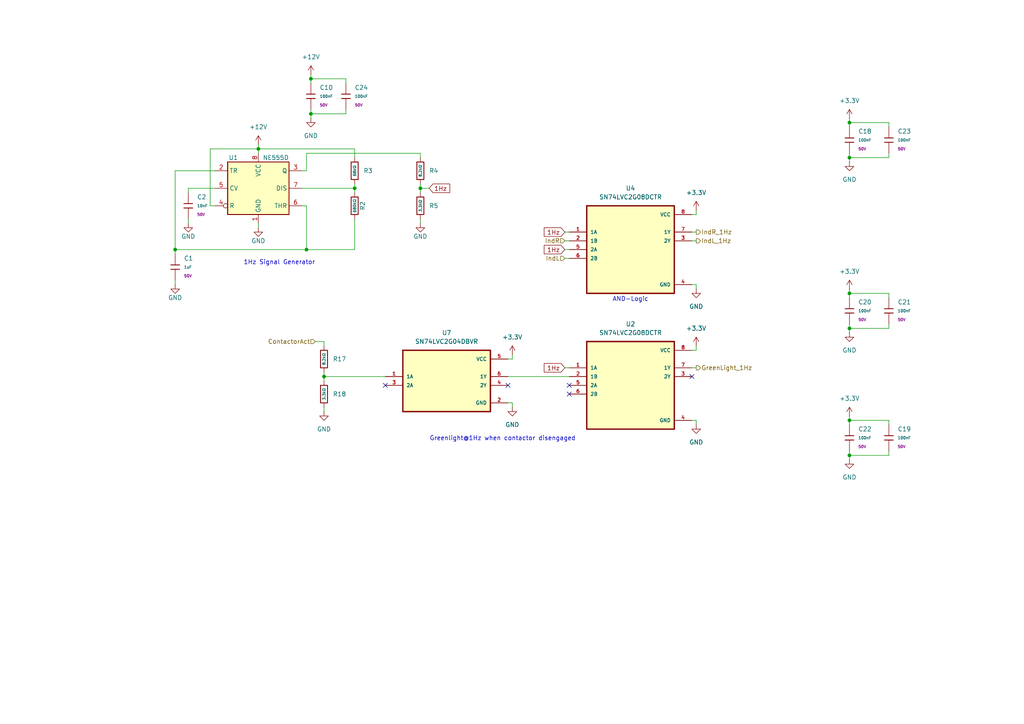
<source format=kicad_sch>
(kicad_sch
	(version 20250114)
	(generator "eeschema")
	(generator_version "9.0")
	(uuid "e03ad997-0255-48e8-815b-b6fef619b15b")
	(paper "A4")
	(title_block
		(title "Blnking Logic")
		(date "2025-11-06")
		(rev "0")
		(company "Solar Energy Racers")
	)
	(lib_symbols
		(symbol "Imported_Symbols:SN74LVC2G04DBVR"
			(pin_names
				(offset 1.016)
			)
			(exclude_from_sim no)
			(in_bom yes)
			(on_board yes)
			(property "Reference" "U"
				(at -12.7 11.16 0)
				(effects
					(font
						(size 1.27 1.27)
					)
					(justify left bottom)
				)
			)
			(property "Value" "SN74LVC2G04DBVR"
				(at -12.7 -14.16 0)
				(effects
					(font
						(size 1.27 1.27)
					)
					(justify left bottom)
				)
			)
			(property "Footprint" "SN74LVC2G04DBVR:SOT95P280X145-6N"
				(at 0 0 0)
				(effects
					(font
						(size 1.27 1.27)
					)
					(justify bottom)
					(hide yes)
				)
			)
			(property "Datasheet" ""
				(at 0 0 0)
				(effects
					(font
						(size 1.27 1.27)
					)
					(hide yes)
				)
			)
			(property "Description" ""
				(at 0 0 0)
				(effects
					(font
						(size 1.27 1.27)
					)
					(hide yes)
				)
			)
			(symbol "SN74LVC2G04DBVR_0_0"
				(rectangle
					(start -12.7 10.16)
					(end 12.7 -7.62)
					(stroke
						(width 0.41)
						(type default)
					)
					(fill
						(type background)
					)
				)
				(pin input line
					(at -17.78 2.54 0)
					(length 5.08)
					(name "1A"
						(effects
							(font
								(size 1.016 1.016)
							)
						)
					)
					(number "1"
						(effects
							(font
								(size 1.016 1.016)
							)
						)
					)
				)
				(pin input line
					(at -17.78 0 0)
					(length 5.08)
					(name "2A"
						(effects
							(font
								(size 1.016 1.016)
							)
						)
					)
					(number "3"
						(effects
							(font
								(size 1.016 1.016)
							)
						)
					)
				)
				(pin power_in line
					(at 17.78 7.62 180)
					(length 5.08)
					(name "VCC"
						(effects
							(font
								(size 1.016 1.016)
							)
						)
					)
					(number "5"
						(effects
							(font
								(size 1.016 1.016)
							)
						)
					)
				)
				(pin output line
					(at 17.78 2.54 180)
					(length 5.08)
					(name "1Y"
						(effects
							(font
								(size 1.016 1.016)
							)
						)
					)
					(number "6"
						(effects
							(font
								(size 1.016 1.016)
							)
						)
					)
				)
				(pin output line
					(at 17.78 0 180)
					(length 5.08)
					(name "2Y"
						(effects
							(font
								(size 1.016 1.016)
							)
						)
					)
					(number "4"
						(effects
							(font
								(size 1.016 1.016)
							)
						)
					)
				)
				(pin power_in line
					(at 17.78 -5.08 180)
					(length 5.08)
					(name "GND"
						(effects
							(font
								(size 1.016 1.016)
							)
						)
					)
					(number "2"
						(effects
							(font
								(size 1.016 1.016)
							)
						)
					)
				)
			)
			(embedded_fonts no)
		)
		(symbol "Imported_Symbols:SN74LVC2G08DCTR"
			(pin_names
				(offset 1.016)
			)
			(exclude_from_sim no)
			(in_bom yes)
			(on_board yes)
			(property "Reference" "U"
				(at -12.7 13.7 0)
				(effects
					(font
						(size 1.27 1.27)
					)
					(justify left bottom)
				)
			)
			(property "Value" "SN74LVC2G08DCTR"
				(at -12.7 -16.7 0)
				(effects
					(font
						(size 1.27 1.27)
					)
					(justify left bottom)
				)
			)
			(property "Footprint" "SN74LVC2G08DCTR:SOP65P400X130-8N"
				(at 0 0 0)
				(effects
					(font
						(size 1.27 1.27)
					)
					(justify bottom)
					(hide yes)
				)
			)
			(property "Datasheet" ""
				(at 0 0 0)
				(effects
					(font
						(size 1.27 1.27)
					)
					(hide yes)
				)
			)
			(property "Description" ""
				(at 0 0 0)
				(effects
					(font
						(size 1.27 1.27)
					)
					(hide yes)
				)
			)
			(symbol "SN74LVC2G08DCTR_0_0"
				(rectangle
					(start -12.7 -12.7)
					(end 12.7 12.7)
					(stroke
						(width 0.41)
						(type default)
					)
					(fill
						(type background)
					)
				)
				(pin input line
					(at -17.78 5.08 0)
					(length 5.08)
					(name "1A"
						(effects
							(font
								(size 1.016 1.016)
							)
						)
					)
					(number "1"
						(effects
							(font
								(size 1.016 1.016)
							)
						)
					)
				)
				(pin input line
					(at -17.78 2.54 0)
					(length 5.08)
					(name "1B"
						(effects
							(font
								(size 1.016 1.016)
							)
						)
					)
					(number "2"
						(effects
							(font
								(size 1.016 1.016)
							)
						)
					)
				)
				(pin input line
					(at -17.78 0 0)
					(length 5.08)
					(name "2A"
						(effects
							(font
								(size 1.016 1.016)
							)
						)
					)
					(number "5"
						(effects
							(font
								(size 1.016 1.016)
							)
						)
					)
				)
				(pin input line
					(at -17.78 -2.54 0)
					(length 5.08)
					(name "2B"
						(effects
							(font
								(size 1.016 1.016)
							)
						)
					)
					(number "6"
						(effects
							(font
								(size 1.016 1.016)
							)
						)
					)
				)
				(pin power_in line
					(at 17.78 10.16 180)
					(length 5.08)
					(name "VCC"
						(effects
							(font
								(size 1.016 1.016)
							)
						)
					)
					(number "8"
						(effects
							(font
								(size 1.016 1.016)
							)
						)
					)
				)
				(pin output line
					(at 17.78 5.08 180)
					(length 5.08)
					(name "1Y"
						(effects
							(font
								(size 1.016 1.016)
							)
						)
					)
					(number "7"
						(effects
							(font
								(size 1.016 1.016)
							)
						)
					)
				)
				(pin output line
					(at 17.78 2.54 180)
					(length 5.08)
					(name "2Y"
						(effects
							(font
								(size 1.016 1.016)
							)
						)
					)
					(number "3"
						(effects
							(font
								(size 1.016 1.016)
							)
						)
					)
				)
				(pin power_in line
					(at 17.78 -10.16 180)
					(length 5.08)
					(name "GND"
						(effects
							(font
								(size 1.016 1.016)
							)
						)
					)
					(number "4"
						(effects
							(font
								(size 1.016 1.016)
							)
						)
					)
				)
			)
			(embedded_fonts no)
		)
		(symbol "PCM_JLCPCB-Capacitors:0603,100nF"
			(pin_numbers
				(hide yes)
			)
			(pin_names
				(offset 0)
			)
			(exclude_from_sim no)
			(in_bom yes)
			(on_board yes)
			(property "Reference" "C"
				(at 2.032 1.668 0)
				(effects
					(font
						(size 1.27 1.27)
					)
					(justify left)
				)
			)
			(property "Value" "100nF"
				(at 2.032 -0.3782 0)
				(effects
					(font
						(size 0.8 0.8)
					)
					(justify left)
				)
			)
			(property "Footprint" "PCM_JLCPCB:C_0603"
				(at -1.778 0 90)
				(effects
					(font
						(size 1.27 1.27)
					)
					(hide yes)
				)
			)
			(property "Datasheet" "https://www.lcsc.com/datasheet/lcsc_datasheet_2211101700_YAGEO-CC0603KRX7R9BB104_C14663.pdf"
				(at 0 0 0)
				(effects
					(font
						(size 1.27 1.27)
					)
					(hide yes)
				)
			)
			(property "Description" "50V 100nF X7R ±10% 0603 Multilayer Ceramic Capacitors MLCC - SMD/SMT ROHS"
				(at 0 0 0)
				(effects
					(font
						(size 1.27 1.27)
					)
					(hide yes)
				)
			)
			(property "LCSC" "C14663"
				(at 0 0 0)
				(effects
					(font
						(size 1.27 1.27)
					)
					(hide yes)
				)
			)
			(property "Stock" "70324515"
				(at 0 0 0)
				(effects
					(font
						(size 1.27 1.27)
					)
					(hide yes)
				)
			)
			(property "Price" "0.006USD"
				(at 0 0 0)
				(effects
					(font
						(size 1.27 1.27)
					)
					(hide yes)
				)
			)
			(property "Process" "SMT"
				(at 0 0 0)
				(effects
					(font
						(size 1.27 1.27)
					)
					(hide yes)
				)
			)
			(property "Minimum Qty" "20"
				(at 0 0 0)
				(effects
					(font
						(size 1.27 1.27)
					)
					(hide yes)
				)
			)
			(property "Attrition Qty" "10"
				(at 0 0 0)
				(effects
					(font
						(size 1.27 1.27)
					)
					(hide yes)
				)
			)
			(property "Class" "Basic Component"
				(at 0 0 0)
				(effects
					(font
						(size 1.27 1.27)
					)
					(hide yes)
				)
			)
			(property "Category" "Capacitors,Multilayer Ceramic Capacitors MLCC - SMD/SMT"
				(at 0 0 0)
				(effects
					(font
						(size 1.27 1.27)
					)
					(hide yes)
				)
			)
			(property "Manufacturer" "YAGEO"
				(at 0 0 0)
				(effects
					(font
						(size 1.27 1.27)
					)
					(hide yes)
				)
			)
			(property "Part" "CC0603KRX7R9BB104"
				(at 0 0 0)
				(effects
					(font
						(size 1.27 1.27)
					)
					(hide yes)
				)
			)
			(property "Voltage Rated" "50V"
				(at 2.032 -2.0462 0)
				(effects
					(font
						(size 0.8 0.8)
					)
					(justify left)
				)
			)
			(property "Tolerance" "±10%"
				(at 0 0 0)
				(effects
					(font
						(size 1.27 1.27)
					)
					(hide yes)
				)
			)
			(property "Capacitance" "100nF"
				(at 0 0 0)
				(effects
					(font
						(size 1.27 1.27)
					)
					(hide yes)
				)
			)
			(property "Temperature Coefficient" "X7R"
				(at 0 0 0)
				(effects
					(font
						(size 1.27 1.27)
					)
					(hide yes)
				)
			)
			(property "ki_fp_filters" "C_*"
				(at 0 0 0)
				(effects
					(font
						(size 1.27 1.27)
					)
					(hide yes)
				)
			)
			(symbol "0603,100nF_0_1"
				(polyline
					(pts
						(xy -1.27 0.635) (xy 1.27 0.635)
					)
					(stroke
						(width 0.254)
						(type default)
					)
					(fill
						(type none)
					)
				)
				(polyline
					(pts
						(xy -1.27 -0.635) (xy 1.27 -0.635)
					)
					(stroke
						(width 0.254)
						(type default)
					)
					(fill
						(type none)
					)
				)
			)
			(symbol "0603,100nF_1_1"
				(pin passive line
					(at 0 3.81 270)
					(length 3.175)
					(name "~"
						(effects
							(font
								(size 1.27 1.27)
							)
						)
					)
					(number "1"
						(effects
							(font
								(size 1.27 1.27)
							)
						)
					)
				)
				(pin passive line
					(at 0 -3.81 90)
					(length 3.175)
					(name "~"
						(effects
							(font
								(size 1.27 1.27)
							)
						)
					)
					(number "2"
						(effects
							(font
								(size 1.27 1.27)
							)
						)
					)
				)
			)
			(embedded_fonts no)
		)
		(symbol "PCM_JLCPCB-Capacitors:0603,10nF"
			(pin_numbers
				(hide yes)
			)
			(pin_names
				(offset 0)
			)
			(exclude_from_sim no)
			(in_bom yes)
			(on_board yes)
			(property "Reference" "C"
				(at 2.032 1.668 0)
				(effects
					(font
						(size 1.27 1.27)
					)
					(justify left)
				)
			)
			(property "Value" "10nF"
				(at 2.032 -0.3782 0)
				(effects
					(font
						(size 0.8 0.8)
					)
					(justify left)
				)
			)
			(property "Footprint" "PCM_JLCPCB:C_0603"
				(at -1.778 0 90)
				(effects
					(font
						(size 1.27 1.27)
					)
					(hide yes)
				)
			)
			(property "Datasheet" "https://www.lcsc.com/datasheet/lcsc_datasheet_2304140030_FH--Guangdong-Fenghua-Advanced-Tech-0603B103K500NT_C57112.pdf"
				(at 0 0 0)
				(effects
					(font
						(size 1.27 1.27)
					)
					(hide yes)
				)
			)
			(property "Description" "50V 10nF X7R ±10% 0603 Multilayer Ceramic Capacitors MLCC - SMD/SMT ROHS"
				(at 0 0 0)
				(effects
					(font
						(size 1.27 1.27)
					)
					(hide yes)
				)
			)
			(property "LCSC" "C57112"
				(at 0 0 0)
				(effects
					(font
						(size 1.27 1.27)
					)
					(hide yes)
				)
			)
			(property "Stock" "5921160"
				(at 0 0 0)
				(effects
					(font
						(size 1.27 1.27)
					)
					(hide yes)
				)
			)
			(property "Price" "0.005USD"
				(at 0 0 0)
				(effects
					(font
						(size 1.27 1.27)
					)
					(hide yes)
				)
			)
			(property "Process" "SMT"
				(at 0 0 0)
				(effects
					(font
						(size 1.27 1.27)
					)
					(hide yes)
				)
			)
			(property "Minimum Qty" "20"
				(at 0 0 0)
				(effects
					(font
						(size 1.27 1.27)
					)
					(hide yes)
				)
			)
			(property "Attrition Qty" "10"
				(at 0 0 0)
				(effects
					(font
						(size 1.27 1.27)
					)
					(hide yes)
				)
			)
			(property "Class" "Basic Component"
				(at 0 0 0)
				(effects
					(font
						(size 1.27 1.27)
					)
					(hide yes)
				)
			)
			(property "Category" "Capacitors,Multilayer Ceramic Capacitors MLCC - SMD/SMT"
				(at 0 0 0)
				(effects
					(font
						(size 1.27 1.27)
					)
					(hide yes)
				)
			)
			(property "Manufacturer" "FH(Guangdong Fenghua Advanced Tech)"
				(at 0 0 0)
				(effects
					(font
						(size 1.27 1.27)
					)
					(hide yes)
				)
			)
			(property "Part" "0603B103K500NT"
				(at 0 0 0)
				(effects
					(font
						(size 1.27 1.27)
					)
					(hide yes)
				)
			)
			(property "Voltage Rated" "50V"
				(at 2.032 -2.0462 0)
				(effects
					(font
						(size 0.8 0.8)
					)
					(justify left)
				)
			)
			(property "Tolerance" "±10%"
				(at 0 0 0)
				(effects
					(font
						(size 1.27 1.27)
					)
					(hide yes)
				)
			)
			(property "Capacitance" "10nF"
				(at 0 0 0)
				(effects
					(font
						(size 1.27 1.27)
					)
					(hide yes)
				)
			)
			(property "Temperature Coefficient" "X7R"
				(at 0 0 0)
				(effects
					(font
						(size 1.27 1.27)
					)
					(hide yes)
				)
			)
			(property "ki_fp_filters" "C_*"
				(at 0 0 0)
				(effects
					(font
						(size 1.27 1.27)
					)
					(hide yes)
				)
			)
			(symbol "0603,10nF_0_1"
				(polyline
					(pts
						(xy -1.27 0.635) (xy 1.27 0.635)
					)
					(stroke
						(width 0.254)
						(type default)
					)
					(fill
						(type none)
					)
				)
				(polyline
					(pts
						(xy -1.27 -0.635) (xy 1.27 -0.635)
					)
					(stroke
						(width 0.254)
						(type default)
					)
					(fill
						(type none)
					)
				)
			)
			(symbol "0603,10nF_1_1"
				(pin passive line
					(at 0 3.81 270)
					(length 3.175)
					(name "~"
						(effects
							(font
								(size 1.27 1.27)
							)
						)
					)
					(number "1"
						(effects
							(font
								(size 1.27 1.27)
							)
						)
					)
				)
				(pin passive line
					(at 0 -3.81 90)
					(length 3.175)
					(name "~"
						(effects
							(font
								(size 1.27 1.27)
							)
						)
					)
					(number "2"
						(effects
							(font
								(size 1.27 1.27)
							)
						)
					)
				)
			)
			(embedded_fonts no)
		)
		(symbol "PCM_JLCPCB-Capacitors:0603,1uF"
			(pin_numbers
				(hide yes)
			)
			(pin_names
				(offset 0)
			)
			(exclude_from_sim no)
			(in_bom yes)
			(on_board yes)
			(property "Reference" "C"
				(at 2.032 1.668 0)
				(effects
					(font
						(size 1.27 1.27)
					)
					(justify left)
				)
			)
			(property "Value" "1uF"
				(at 2.032 -0.3782 0)
				(effects
					(font
						(size 0.8 0.8)
					)
					(justify left)
				)
			)
			(property "Footprint" "PCM_JLCPCB:C_0603"
				(at -1.778 0 90)
				(effects
					(font
						(size 1.27 1.27)
					)
					(hide yes)
				)
			)
			(property "Datasheet" "https://www.lcsc.com/datasheet/lcsc_datasheet_2304140030_Samsung-Electro-Mechanics-CL10A105KB8NNNC_C15849.pdf"
				(at 0 0 0)
				(effects
					(font
						(size 1.27 1.27)
					)
					(hide yes)
				)
			)
			(property "Description" "50V 1uF X5R ±10% 0603 Multilayer Ceramic Capacitors MLCC - SMD/SMT ROHS"
				(at 0 0 0)
				(effects
					(font
						(size 1.27 1.27)
					)
					(hide yes)
				)
			)
			(property "LCSC" "C15849"
				(at 0 0 0)
				(effects
					(font
						(size 1.27 1.27)
					)
					(hide yes)
				)
			)
			(property "Stock" "11535980"
				(at 0 0 0)
				(effects
					(font
						(size 1.27 1.27)
					)
					(hide yes)
				)
			)
			(property "Price" "0.008USD"
				(at 0 0 0)
				(effects
					(font
						(size 1.27 1.27)
					)
					(hide yes)
				)
			)
			(property "Process" "SMT"
				(at 0 0 0)
				(effects
					(font
						(size 1.27 1.27)
					)
					(hide yes)
				)
			)
			(property "Minimum Qty" "20"
				(at 0 0 0)
				(effects
					(font
						(size 1.27 1.27)
					)
					(hide yes)
				)
			)
			(property "Attrition Qty" "10"
				(at 0 0 0)
				(effects
					(font
						(size 1.27 1.27)
					)
					(hide yes)
				)
			)
			(property "Class" "Basic Component"
				(at 0 0 0)
				(effects
					(font
						(size 1.27 1.27)
					)
					(hide yes)
				)
			)
			(property "Category" "Capacitors,Multilayer Ceramic Capacitors MLCC - SMD/SMT"
				(at 0 0 0)
				(effects
					(font
						(size 1.27 1.27)
					)
					(hide yes)
				)
			)
			(property "Manufacturer" "Samsung Electro-Mechanics"
				(at 0 0 0)
				(effects
					(font
						(size 1.27 1.27)
					)
					(hide yes)
				)
			)
			(property "Part" "CL10A105KB8NNNC"
				(at 0 0 0)
				(effects
					(font
						(size 1.27 1.27)
					)
					(hide yes)
				)
			)
			(property "Voltage Rated" "50V"
				(at 2.032 -2.0462 0)
				(effects
					(font
						(size 0.8 0.8)
					)
					(justify left)
				)
			)
			(property "Tolerance" "±10%"
				(at 0 0 0)
				(effects
					(font
						(size 1.27 1.27)
					)
					(hide yes)
				)
			)
			(property "Capacitance" "1uF"
				(at 0 0 0)
				(effects
					(font
						(size 1.27 1.27)
					)
					(hide yes)
				)
			)
			(property "Temperature Coefficient" "X5R"
				(at 0 0 0)
				(effects
					(font
						(size 1.27 1.27)
					)
					(hide yes)
				)
			)
			(property "ki_fp_filters" "C_*"
				(at 0 0 0)
				(effects
					(font
						(size 1.27 1.27)
					)
					(hide yes)
				)
			)
			(symbol "0603,1uF_0_1"
				(polyline
					(pts
						(xy -1.27 0.635) (xy 1.27 0.635)
					)
					(stroke
						(width 0.254)
						(type default)
					)
					(fill
						(type none)
					)
				)
				(polyline
					(pts
						(xy -1.27 -0.635) (xy 1.27 -0.635)
					)
					(stroke
						(width 0.254)
						(type default)
					)
					(fill
						(type none)
					)
				)
			)
			(symbol "0603,1uF_1_1"
				(pin passive line
					(at 0 3.81 270)
					(length 3.175)
					(name "~"
						(effects
							(font
								(size 1.27 1.27)
							)
						)
					)
					(number "1"
						(effects
							(font
								(size 1.27 1.27)
							)
						)
					)
				)
				(pin passive line
					(at 0 -3.81 90)
					(length 3.175)
					(name "~"
						(effects
							(font
								(size 1.27 1.27)
							)
						)
					)
					(number "2"
						(effects
							(font
								(size 1.27 1.27)
							)
						)
					)
				)
			)
			(embedded_fonts no)
		)
		(symbol "PCM_JLCPCB-Resistors:0603,3.3kΩ"
			(pin_numbers
				(hide yes)
			)
			(pin_names
				(offset 0)
			)
			(exclude_from_sim no)
			(in_bom yes)
			(on_board yes)
			(property "Reference" "R"
				(at 1.778 0 0)
				(effects
					(font
						(size 1.27 1.27)
					)
					(justify left)
				)
			)
			(property "Value" "3.3kΩ"
				(at 0 0 90)
				(do_not_autoplace)
				(effects
					(font
						(size 0.8 0.8)
					)
				)
			)
			(property "Footprint" "PCM_JLCPCB:R_0603"
				(at -1.778 0 90)
				(effects
					(font
						(size 1.27 1.27)
					)
					(hide yes)
				)
			)
			(property "Datasheet" "https://www.lcsc.com/datasheet/lcsc_datasheet_2206010116_UNI-ROYAL-Uniroyal-Elec-0603WAF3301T5E_C22978.pdf"
				(at 0 0 0)
				(effects
					(font
						(size 1.27 1.27)
					)
					(hide yes)
				)
			)
			(property "Description" "100mW Thick Film Resistors 75V ±100ppm/°C ±1% 3.3kΩ 0603 Chip Resistor - Surface Mount ROHS"
				(at 0 0 0)
				(effects
					(font
						(size 1.27 1.27)
					)
					(hide yes)
				)
			)
			(property "LCSC" "C22978"
				(at 0 0 0)
				(effects
					(font
						(size 1.27 1.27)
					)
					(hide yes)
				)
			)
			(property "Stock" "2152628"
				(at 0 0 0)
				(effects
					(font
						(size 1.27 1.27)
					)
					(hide yes)
				)
			)
			(property "Price" "0.004USD"
				(at 0 0 0)
				(effects
					(font
						(size 1.27 1.27)
					)
					(hide yes)
				)
			)
			(property "Process" "SMT"
				(at 0 0 0)
				(effects
					(font
						(size 1.27 1.27)
					)
					(hide yes)
				)
			)
			(property "Minimum Qty" "20"
				(at 0 0 0)
				(effects
					(font
						(size 1.27 1.27)
					)
					(hide yes)
				)
			)
			(property "Attrition Qty" "10"
				(at 0 0 0)
				(effects
					(font
						(size 1.27 1.27)
					)
					(hide yes)
				)
			)
			(property "Class" "Basic Component"
				(at 0 0 0)
				(effects
					(font
						(size 1.27 1.27)
					)
					(hide yes)
				)
			)
			(property "Category" "Resistors,Chip Resistor - Surface Mount"
				(at 0 0 0)
				(effects
					(font
						(size 1.27 1.27)
					)
					(hide yes)
				)
			)
			(property "Manufacturer" "UNI-ROYAL(Uniroyal Elec)"
				(at 0 0 0)
				(effects
					(font
						(size 1.27 1.27)
					)
					(hide yes)
				)
			)
			(property "Part" "0603WAF3301T5E"
				(at 0 0 0)
				(effects
					(font
						(size 1.27 1.27)
					)
					(hide yes)
				)
			)
			(property "Resistance" "3.3kΩ"
				(at 0 0 0)
				(effects
					(font
						(size 1.27 1.27)
					)
					(hide yes)
				)
			)
			(property "Power(Watts)" "100mW"
				(at 0 0 0)
				(effects
					(font
						(size 1.27 1.27)
					)
					(hide yes)
				)
			)
			(property "Type" "Thick Film Resistors"
				(at 0 0 0)
				(effects
					(font
						(size 1.27 1.27)
					)
					(hide yes)
				)
			)
			(property "Overload Voltage (Max)" "75V"
				(at 0 0 0)
				(effects
					(font
						(size 1.27 1.27)
					)
					(hide yes)
				)
			)
			(property "Operating Temperature Range" "-55°C~+155°C"
				(at 0 0 0)
				(effects
					(font
						(size 1.27 1.27)
					)
					(hide yes)
				)
			)
			(property "Tolerance" "±1%"
				(at 0 0 0)
				(effects
					(font
						(size 1.27 1.27)
					)
					(hide yes)
				)
			)
			(property "Temperature Coefficient" "±100ppm/°C"
				(at 0 0 0)
				(effects
					(font
						(size 1.27 1.27)
					)
					(hide yes)
				)
			)
			(property "ki_fp_filters" "R_*"
				(at 0 0 0)
				(effects
					(font
						(size 1.27 1.27)
					)
					(hide yes)
				)
			)
			(symbol "0603,3.3kΩ_0_1"
				(rectangle
					(start -1.016 2.54)
					(end 1.016 -2.54)
					(stroke
						(width 0.254)
						(type default)
					)
					(fill
						(type none)
					)
				)
			)
			(symbol "0603,3.3kΩ_1_1"
				(pin passive line
					(at 0 3.81 270)
					(length 1.27)
					(name "~"
						(effects
							(font
								(size 1.27 1.27)
							)
						)
					)
					(number "1"
						(effects
							(font
								(size 1.27 1.27)
							)
						)
					)
				)
				(pin passive line
					(at 0 -3.81 90)
					(length 1.27)
					(name "~"
						(effects
							(font
								(size 1.27 1.27)
							)
						)
					)
					(number "2"
						(effects
							(font
								(size 1.27 1.27)
							)
						)
					)
				)
			)
			(embedded_fonts no)
		)
		(symbol "PCM_JLCPCB-Resistors:0603,680kΩ"
			(pin_numbers
				(hide yes)
			)
			(pin_names
				(offset 0)
			)
			(exclude_from_sim no)
			(in_bom yes)
			(on_board yes)
			(property "Reference" "R"
				(at 1.778 0 0)
				(effects
					(font
						(size 1.27 1.27)
					)
					(justify left)
				)
			)
			(property "Value" "680kΩ"
				(at 0 0 90)
				(do_not_autoplace)
				(effects
					(font
						(size 0.8 0.8)
					)
				)
			)
			(property "Footprint" "PCM_JLCPCB:R_0603"
				(at -1.778 0 90)
				(effects
					(font
						(size 1.27 1.27)
					)
					(hide yes)
				)
			)
			(property "Datasheet" "https://www.lcsc.com/datasheet/lcsc_datasheet_2206010045_UNI-ROYAL-Uniroyal-Elec-0603WAF6803T5E_C25822.pdf"
				(at 0 0 0)
				(effects
					(font
						(size 1.27 1.27)
					)
					(hide yes)
				)
			)
			(property "Description" "100mW Thick Film Resistors 75V ±100ppm/°C ±1% 680kΩ 0603 Chip Resistor - Surface Mount ROHS"
				(at 0 0 0)
				(effects
					(font
						(size 1.27 1.27)
					)
					(hide yes)
				)
			)
			(property "LCSC" "C25822"
				(at 0 0 0)
				(effects
					(font
						(size 1.27 1.27)
					)
					(hide yes)
				)
			)
			(property "Stock" "105039"
				(at 0 0 0)
				(effects
					(font
						(size 1.27 1.27)
					)
					(hide yes)
				)
			)
			(property "Price" "0.004USD"
				(at 0 0 0)
				(effects
					(font
						(size 1.27 1.27)
					)
					(hide yes)
				)
			)
			(property "Process" "SMT"
				(at 0 0 0)
				(effects
					(font
						(size 1.27 1.27)
					)
					(hide yes)
				)
			)
			(property "Minimum Qty" "20"
				(at 0 0 0)
				(effects
					(font
						(size 1.27 1.27)
					)
					(hide yes)
				)
			)
			(property "Attrition Qty" "10"
				(at 0 0 0)
				(effects
					(font
						(size 1.27 1.27)
					)
					(hide yes)
				)
			)
			(property "Class" "Preferred Component"
				(at 0 0 0)
				(effects
					(font
						(size 1.27 1.27)
					)
					(hide yes)
				)
			)
			(property "Category" "Resistors,Chip Resistor - Surface Mount"
				(at 0 0 0)
				(effects
					(font
						(size 1.27 1.27)
					)
					(hide yes)
				)
			)
			(property "Manufacturer" "UNI-ROYAL(Uniroyal Elec)"
				(at 0 0 0)
				(effects
					(font
						(size 1.27 1.27)
					)
					(hide yes)
				)
			)
			(property "Part" "0603WAF6803T5E"
				(at 0 0 0)
				(effects
					(font
						(size 1.27 1.27)
					)
					(hide yes)
				)
			)
			(property "Resistance" "680kΩ"
				(at 0 0 0)
				(effects
					(font
						(size 1.27 1.27)
					)
					(hide yes)
				)
			)
			(property "Power(Watts)" "100mW"
				(at 0 0 0)
				(effects
					(font
						(size 1.27 1.27)
					)
					(hide yes)
				)
			)
			(property "Type" "Thick Film Resistors"
				(at 0 0 0)
				(effects
					(font
						(size 1.27 1.27)
					)
					(hide yes)
				)
			)
			(property "Overload Voltage (Max)" "75V"
				(at 0 0 0)
				(effects
					(font
						(size 1.27 1.27)
					)
					(hide yes)
				)
			)
			(property "Operating Temperature Range" "-55°C~+155°C"
				(at 0 0 0)
				(effects
					(font
						(size 1.27 1.27)
					)
					(hide yes)
				)
			)
			(property "Tolerance" "±1%"
				(at 0 0 0)
				(effects
					(font
						(size 1.27 1.27)
					)
					(hide yes)
				)
			)
			(property "Temperature Coefficient" "±100ppm/°C"
				(at 0 0 0)
				(effects
					(font
						(size 1.27 1.27)
					)
					(hide yes)
				)
			)
			(property "ki_fp_filters" "R_*"
				(at 0 0 0)
				(effects
					(font
						(size 1.27 1.27)
					)
					(hide yes)
				)
			)
			(symbol "0603,680kΩ_0_1"
				(rectangle
					(start -1.016 2.54)
					(end 1.016 -2.54)
					(stroke
						(width 0.254)
						(type default)
					)
					(fill
						(type none)
					)
				)
			)
			(symbol "0603,680kΩ_1_1"
				(pin passive line
					(at 0 3.81 270)
					(length 1.27)
					(name "~"
						(effects
							(font
								(size 1.27 1.27)
							)
						)
					)
					(number "1"
						(effects
							(font
								(size 1.27 1.27)
							)
						)
					)
				)
				(pin passive line
					(at 0 -3.81 90)
					(length 1.27)
					(name "~"
						(effects
							(font
								(size 1.27 1.27)
							)
						)
					)
					(number "2"
						(effects
							(font
								(size 1.27 1.27)
							)
						)
					)
				)
			)
			(embedded_fonts no)
		)
		(symbol "PCM_JLCPCB-Resistors:0603,68kΩ"
			(pin_numbers
				(hide yes)
			)
			(pin_names
				(offset 0)
			)
			(exclude_from_sim no)
			(in_bom yes)
			(on_board yes)
			(property "Reference" "R"
				(at 1.778 0 0)
				(effects
					(font
						(size 1.27 1.27)
					)
					(justify left)
				)
			)
			(property "Value" "68kΩ"
				(at 0 0 90)
				(do_not_autoplace)
				(effects
					(font
						(size 0.8 0.8)
					)
				)
			)
			(property "Footprint" "PCM_JLCPCB:R_0603"
				(at -1.778 0 90)
				(effects
					(font
						(size 1.27 1.27)
					)
					(hide yes)
				)
			)
			(property "Datasheet" "https://www.lcsc.com/datasheet/lcsc_datasheet_2206010100_UNI-ROYAL-Uniroyal-Elec-0603WAF6802T5E_C23231.pdf"
				(at 0 0 0)
				(effects
					(font
						(size 1.27 1.27)
					)
					(hide yes)
				)
			)
			(property "Description" "100mW Thick Film Resistors 75V ±100ppm/°C ±1% 68kΩ 0603 Chip Resistor - Surface Mount ROHS"
				(at 0 0 0)
				(effects
					(font
						(size 1.27 1.27)
					)
					(hide yes)
				)
			)
			(property "LCSC" "C23231"
				(at 0 0 0)
				(effects
					(font
						(size 1.27 1.27)
					)
					(hide yes)
				)
			)
			(property "Stock" "702877"
				(at 0 0 0)
				(effects
					(font
						(size 1.27 1.27)
					)
					(hide yes)
				)
			)
			(property "Price" "0.004USD"
				(at 0 0 0)
				(effects
					(font
						(size 1.27 1.27)
					)
					(hide yes)
				)
			)
			(property "Process" "SMT"
				(at 0 0 0)
				(effects
					(font
						(size 1.27 1.27)
					)
					(hide yes)
				)
			)
			(property "Minimum Qty" "20"
				(at 0 0 0)
				(effects
					(font
						(size 1.27 1.27)
					)
					(hide yes)
				)
			)
			(property "Attrition Qty" "10"
				(at 0 0 0)
				(effects
					(font
						(size 1.27 1.27)
					)
					(hide yes)
				)
			)
			(property "Class" "Basic Component"
				(at 0 0 0)
				(effects
					(font
						(size 1.27 1.27)
					)
					(hide yes)
				)
			)
			(property "Category" "Resistors,Chip Resistor - Surface Mount"
				(at 0 0 0)
				(effects
					(font
						(size 1.27 1.27)
					)
					(hide yes)
				)
			)
			(property "Manufacturer" "UNI-ROYAL(Uniroyal Elec)"
				(at 0 0 0)
				(effects
					(font
						(size 1.27 1.27)
					)
					(hide yes)
				)
			)
			(property "Part" "0603WAF6802T5E"
				(at 0 0 0)
				(effects
					(font
						(size 1.27 1.27)
					)
					(hide yes)
				)
			)
			(property "Resistance" "68kΩ"
				(at 0 0 0)
				(effects
					(font
						(size 1.27 1.27)
					)
					(hide yes)
				)
			)
			(property "Power(Watts)" "100mW"
				(at 0 0 0)
				(effects
					(font
						(size 1.27 1.27)
					)
					(hide yes)
				)
			)
			(property "Type" "Thick Film Resistors"
				(at 0 0 0)
				(effects
					(font
						(size 1.27 1.27)
					)
					(hide yes)
				)
			)
			(property "Overload Voltage (Max)" "75V"
				(at 0 0 0)
				(effects
					(font
						(size 1.27 1.27)
					)
					(hide yes)
				)
			)
			(property "Operating Temperature Range" "-55°C~+155°C"
				(at 0 0 0)
				(effects
					(font
						(size 1.27 1.27)
					)
					(hide yes)
				)
			)
			(property "Tolerance" "±1%"
				(at 0 0 0)
				(effects
					(font
						(size 1.27 1.27)
					)
					(hide yes)
				)
			)
			(property "Temperature Coefficient" "±100ppm/°C"
				(at 0 0 0)
				(effects
					(font
						(size 1.27 1.27)
					)
					(hide yes)
				)
			)
			(property "ki_fp_filters" "R_*"
				(at 0 0 0)
				(effects
					(font
						(size 1.27 1.27)
					)
					(hide yes)
				)
			)
			(symbol "0603,68kΩ_0_1"
				(rectangle
					(start -1.016 2.54)
					(end 1.016 -2.54)
					(stroke
						(width 0.254)
						(type default)
					)
					(fill
						(type none)
					)
				)
			)
			(symbol "0603,68kΩ_1_1"
				(pin passive line
					(at 0 3.81 270)
					(length 1.27)
					(name "~"
						(effects
							(font
								(size 1.27 1.27)
							)
						)
					)
					(number "1"
						(effects
							(font
								(size 1.27 1.27)
							)
						)
					)
				)
				(pin passive line
					(at 0 -3.81 90)
					(length 1.27)
					(name "~"
						(effects
							(font
								(size 1.27 1.27)
							)
						)
					)
					(number "2"
						(effects
							(font
								(size 1.27 1.27)
							)
						)
					)
				)
			)
			(embedded_fonts no)
		)
		(symbol "PCM_JLCPCB-Resistors:0603,8.2kΩ"
			(pin_numbers
				(hide yes)
			)
			(pin_names
				(offset 0)
			)
			(exclude_from_sim no)
			(in_bom yes)
			(on_board yes)
			(property "Reference" "R"
				(at 1.778 0 0)
				(effects
					(font
						(size 1.27 1.27)
					)
					(justify left)
				)
			)
			(property "Value" "8.2kΩ"
				(at 0 0 90)
				(do_not_autoplace)
				(effects
					(font
						(size 0.8 0.8)
					)
				)
			)
			(property "Footprint" "PCM_JLCPCB:R_0603"
				(at -1.778 0 90)
				(effects
					(font
						(size 1.27 1.27)
					)
					(hide yes)
				)
			)
			(property "Datasheet" "https://www.lcsc.com/datasheet/lcsc_datasheet_2206010045_UNI-ROYAL-Uniroyal-Elec-0603WAF8201T5E_C25981.pdf"
				(at 0 0 0)
				(effects
					(font
						(size 1.27 1.27)
					)
					(hide yes)
				)
			)
			(property "Description" "100mW Thick Film Resistors 75V ±100ppm/°C ±1% 8.2kΩ 0603 Chip Resistor - Surface Mount ROHS"
				(at 0 0 0)
				(effects
					(font
						(size 1.27 1.27)
					)
					(hide yes)
				)
			)
			(property "LCSC" "C25981"
				(at 0 0 0)
				(effects
					(font
						(size 1.27 1.27)
					)
					(hide yes)
				)
			)
			(property "Stock" "452135"
				(at 0 0 0)
				(effects
					(font
						(size 1.27 1.27)
					)
					(hide yes)
				)
			)
			(property "Price" "0.004USD"
				(at 0 0 0)
				(effects
					(font
						(size 1.27 1.27)
					)
					(hide yes)
				)
			)
			(property "Process" "SMT"
				(at 0 0 0)
				(effects
					(font
						(size 1.27 1.27)
					)
					(hide yes)
				)
			)
			(property "Minimum Qty" "20"
				(at 0 0 0)
				(effects
					(font
						(size 1.27 1.27)
					)
					(hide yes)
				)
			)
			(property "Attrition Qty" "10"
				(at 0 0 0)
				(effects
					(font
						(size 1.27 1.27)
					)
					(hide yes)
				)
			)
			(property "Class" "Basic Component"
				(at 0 0 0)
				(effects
					(font
						(size 1.27 1.27)
					)
					(hide yes)
				)
			)
			(property "Category" "Resistors,Chip Resistor - Surface Mount"
				(at 0 0 0)
				(effects
					(font
						(size 1.27 1.27)
					)
					(hide yes)
				)
			)
			(property "Manufacturer" "UNI-ROYAL(Uniroyal Elec)"
				(at 0 0 0)
				(effects
					(font
						(size 1.27 1.27)
					)
					(hide yes)
				)
			)
			(property "Part" "0603WAF8201T5E"
				(at 0 0 0)
				(effects
					(font
						(size 1.27 1.27)
					)
					(hide yes)
				)
			)
			(property "Resistance" "8.2kΩ"
				(at 0 0 0)
				(effects
					(font
						(size 1.27 1.27)
					)
					(hide yes)
				)
			)
			(property "Power(Watts)" "100mW"
				(at 0 0 0)
				(effects
					(font
						(size 1.27 1.27)
					)
					(hide yes)
				)
			)
			(property "Type" "Thick Film Resistors"
				(at 0 0 0)
				(effects
					(font
						(size 1.27 1.27)
					)
					(hide yes)
				)
			)
			(property "Overload Voltage (Max)" "75V"
				(at 0 0 0)
				(effects
					(font
						(size 1.27 1.27)
					)
					(hide yes)
				)
			)
			(property "Operating Temperature Range" "-55°C~+155°C"
				(at 0 0 0)
				(effects
					(font
						(size 1.27 1.27)
					)
					(hide yes)
				)
			)
			(property "Tolerance" "±1%"
				(at 0 0 0)
				(effects
					(font
						(size 1.27 1.27)
					)
					(hide yes)
				)
			)
			(property "Temperature Coefficient" "±100ppm/°C"
				(at 0 0 0)
				(effects
					(font
						(size 1.27 1.27)
					)
					(hide yes)
				)
			)
			(property "ki_fp_filters" "R_*"
				(at 0 0 0)
				(effects
					(font
						(size 1.27 1.27)
					)
					(hide yes)
				)
			)
			(symbol "0603,8.2kΩ_0_1"
				(rectangle
					(start -1.016 2.54)
					(end 1.016 -2.54)
					(stroke
						(width 0.254)
						(type default)
					)
					(fill
						(type none)
					)
				)
			)
			(symbol "0603,8.2kΩ_1_1"
				(pin passive line
					(at 0 3.81 270)
					(length 1.27)
					(name "~"
						(effects
							(font
								(size 1.27 1.27)
							)
						)
					)
					(number "1"
						(effects
							(font
								(size 1.27 1.27)
							)
						)
					)
				)
				(pin passive line
					(at 0 -3.81 90)
					(length 1.27)
					(name "~"
						(effects
							(font
								(size 1.27 1.27)
							)
						)
					)
					(number "2"
						(effects
							(font
								(size 1.27 1.27)
							)
						)
					)
				)
			)
			(embedded_fonts no)
		)
		(symbol "Timer:NE555D"
			(exclude_from_sim no)
			(in_bom yes)
			(on_board yes)
			(property "Reference" "U"
				(at -10.16 8.89 0)
				(effects
					(font
						(size 1.27 1.27)
					)
					(justify left)
				)
			)
			(property "Value" "NE555D"
				(at 2.54 8.89 0)
				(effects
					(font
						(size 1.27 1.27)
					)
					(justify left)
				)
			)
			(property "Footprint" "Package_SO:SOIC-8_3.9x4.9mm_P1.27mm"
				(at 21.59 -10.16 0)
				(effects
					(font
						(size 1.27 1.27)
					)
					(hide yes)
				)
			)
			(property "Datasheet" "http://www.ti.com/lit/ds/symlink/ne555.pdf"
				(at 21.59 -10.16 0)
				(effects
					(font
						(size 1.27 1.27)
					)
					(hide yes)
				)
			)
			(property "Description" "Precision Timers, 555 compatible, SOIC-8"
				(at 0 0 0)
				(effects
					(font
						(size 1.27 1.27)
					)
					(hide yes)
				)
			)
			(property "ki_keywords" "single timer 555"
				(at 0 0 0)
				(effects
					(font
						(size 1.27 1.27)
					)
					(hide yes)
				)
			)
			(property "ki_fp_filters" "SOIC*3.9x4.9mm*P1.27mm*"
				(at 0 0 0)
				(effects
					(font
						(size 1.27 1.27)
					)
					(hide yes)
				)
			)
			(symbol "NE555D_0_0"
				(pin power_in line
					(at 0 10.16 270)
					(length 2.54)
					(name "VCC"
						(effects
							(font
								(size 1.27 1.27)
							)
						)
					)
					(number "8"
						(effects
							(font
								(size 1.27 1.27)
							)
						)
					)
				)
				(pin power_in line
					(at 0 -10.16 90)
					(length 2.54)
					(name "GND"
						(effects
							(font
								(size 1.27 1.27)
							)
						)
					)
					(number "1"
						(effects
							(font
								(size 1.27 1.27)
							)
						)
					)
				)
			)
			(symbol "NE555D_0_1"
				(rectangle
					(start -8.89 -7.62)
					(end 8.89 7.62)
					(stroke
						(width 0.254)
						(type default)
					)
					(fill
						(type background)
					)
				)
				(rectangle
					(start -8.89 -7.62)
					(end 8.89 7.62)
					(stroke
						(width 0.254)
						(type default)
					)
					(fill
						(type background)
					)
				)
			)
			(symbol "NE555D_1_1"
				(pin input line
					(at -12.7 5.08 0)
					(length 3.81)
					(name "TR"
						(effects
							(font
								(size 1.27 1.27)
							)
						)
					)
					(number "2"
						(effects
							(font
								(size 1.27 1.27)
							)
						)
					)
				)
				(pin input line
					(at -12.7 0 0)
					(length 3.81)
					(name "CV"
						(effects
							(font
								(size 1.27 1.27)
							)
						)
					)
					(number "5"
						(effects
							(font
								(size 1.27 1.27)
							)
						)
					)
				)
				(pin input inverted
					(at -12.7 -5.08 0)
					(length 3.81)
					(name "R"
						(effects
							(font
								(size 1.27 1.27)
							)
						)
					)
					(number "4"
						(effects
							(font
								(size 1.27 1.27)
							)
						)
					)
				)
				(pin output line
					(at 12.7 5.08 180)
					(length 3.81)
					(name "Q"
						(effects
							(font
								(size 1.27 1.27)
							)
						)
					)
					(number "3"
						(effects
							(font
								(size 1.27 1.27)
							)
						)
					)
				)
				(pin input line
					(at 12.7 0 180)
					(length 3.81)
					(name "DIS"
						(effects
							(font
								(size 1.27 1.27)
							)
						)
					)
					(number "7"
						(effects
							(font
								(size 1.27 1.27)
							)
						)
					)
				)
				(pin input line
					(at 12.7 -5.08 180)
					(length 3.81)
					(name "THR"
						(effects
							(font
								(size 1.27 1.27)
							)
						)
					)
					(number "6"
						(effects
							(font
								(size 1.27 1.27)
							)
						)
					)
				)
			)
			(embedded_fonts no)
		)
		(symbol "power:+12V"
			(power)
			(pin_numbers
				(hide yes)
			)
			(pin_names
				(offset 0)
				(hide yes)
			)
			(exclude_from_sim no)
			(in_bom yes)
			(on_board yes)
			(property "Reference" "#PWR"
				(at 0 -3.81 0)
				(effects
					(font
						(size 1.27 1.27)
					)
					(hide yes)
				)
			)
			(property "Value" "+12V"
				(at 0 3.556 0)
				(effects
					(font
						(size 1.27 1.27)
					)
				)
			)
			(property "Footprint" ""
				(at 0 0 0)
				(effects
					(font
						(size 1.27 1.27)
					)
					(hide yes)
				)
			)
			(property "Datasheet" ""
				(at 0 0 0)
				(effects
					(font
						(size 1.27 1.27)
					)
					(hide yes)
				)
			)
			(property "Description" "Power symbol creates a global label with name \"+12V\""
				(at 0 0 0)
				(effects
					(font
						(size 1.27 1.27)
					)
					(hide yes)
				)
			)
			(property "ki_keywords" "global power"
				(at 0 0 0)
				(effects
					(font
						(size 1.27 1.27)
					)
					(hide yes)
				)
			)
			(symbol "+12V_0_1"
				(polyline
					(pts
						(xy -0.762 1.27) (xy 0 2.54)
					)
					(stroke
						(width 0)
						(type default)
					)
					(fill
						(type none)
					)
				)
				(polyline
					(pts
						(xy 0 2.54) (xy 0.762 1.27)
					)
					(stroke
						(width 0)
						(type default)
					)
					(fill
						(type none)
					)
				)
				(polyline
					(pts
						(xy 0 0) (xy 0 2.54)
					)
					(stroke
						(width 0)
						(type default)
					)
					(fill
						(type none)
					)
				)
			)
			(symbol "+12V_1_1"
				(pin power_in line
					(at 0 0 90)
					(length 0)
					(name "~"
						(effects
							(font
								(size 1.27 1.27)
							)
						)
					)
					(number "1"
						(effects
							(font
								(size 1.27 1.27)
							)
						)
					)
				)
			)
			(embedded_fonts no)
		)
		(symbol "power:+3.3V"
			(power)
			(pin_numbers
				(hide yes)
			)
			(pin_names
				(offset 0)
				(hide yes)
			)
			(exclude_from_sim no)
			(in_bom yes)
			(on_board yes)
			(property "Reference" "#PWR"
				(at 0 -3.81 0)
				(effects
					(font
						(size 1.27 1.27)
					)
					(hide yes)
				)
			)
			(property "Value" "+3.3V"
				(at 0 3.556 0)
				(effects
					(font
						(size 1.27 1.27)
					)
				)
			)
			(property "Footprint" ""
				(at 0 0 0)
				(effects
					(font
						(size 1.27 1.27)
					)
					(hide yes)
				)
			)
			(property "Datasheet" ""
				(at 0 0 0)
				(effects
					(font
						(size 1.27 1.27)
					)
					(hide yes)
				)
			)
			(property "Description" "Power symbol creates a global label with name \"+3.3V\""
				(at 0 0 0)
				(effects
					(font
						(size 1.27 1.27)
					)
					(hide yes)
				)
			)
			(property "ki_keywords" "global power"
				(at 0 0 0)
				(effects
					(font
						(size 1.27 1.27)
					)
					(hide yes)
				)
			)
			(symbol "+3.3V_0_1"
				(polyline
					(pts
						(xy -0.762 1.27) (xy 0 2.54)
					)
					(stroke
						(width 0)
						(type default)
					)
					(fill
						(type none)
					)
				)
				(polyline
					(pts
						(xy 0 2.54) (xy 0.762 1.27)
					)
					(stroke
						(width 0)
						(type default)
					)
					(fill
						(type none)
					)
				)
				(polyline
					(pts
						(xy 0 0) (xy 0 2.54)
					)
					(stroke
						(width 0)
						(type default)
					)
					(fill
						(type none)
					)
				)
			)
			(symbol "+3.3V_1_1"
				(pin power_in line
					(at 0 0 90)
					(length 0)
					(name "~"
						(effects
							(font
								(size 1.27 1.27)
							)
						)
					)
					(number "1"
						(effects
							(font
								(size 1.27 1.27)
							)
						)
					)
				)
			)
			(embedded_fonts no)
		)
		(symbol "power:GND"
			(power)
			(pin_numbers
				(hide yes)
			)
			(pin_names
				(offset 0)
				(hide yes)
			)
			(exclude_from_sim no)
			(in_bom yes)
			(on_board yes)
			(property "Reference" "#PWR"
				(at 0 -6.35 0)
				(effects
					(font
						(size 1.27 1.27)
					)
					(hide yes)
				)
			)
			(property "Value" "GND"
				(at 0 -3.81 0)
				(effects
					(font
						(size 1.27 1.27)
					)
				)
			)
			(property "Footprint" ""
				(at 0 0 0)
				(effects
					(font
						(size 1.27 1.27)
					)
					(hide yes)
				)
			)
			(property "Datasheet" ""
				(at 0 0 0)
				(effects
					(font
						(size 1.27 1.27)
					)
					(hide yes)
				)
			)
			(property "Description" "Power symbol creates a global label with name \"GND\" , ground"
				(at 0 0 0)
				(effects
					(font
						(size 1.27 1.27)
					)
					(hide yes)
				)
			)
			(property "ki_keywords" "global power"
				(at 0 0 0)
				(effects
					(font
						(size 1.27 1.27)
					)
					(hide yes)
				)
			)
			(symbol "GND_0_1"
				(polyline
					(pts
						(xy 0 0) (xy 0 -1.27) (xy 1.27 -1.27) (xy 0 -2.54) (xy -1.27 -1.27) (xy 0 -1.27)
					)
					(stroke
						(width 0)
						(type default)
					)
					(fill
						(type none)
					)
				)
			)
			(symbol "GND_1_1"
				(pin power_in line
					(at 0 0 270)
					(length 0)
					(name "~"
						(effects
							(font
								(size 1.27 1.27)
							)
						)
					)
					(number "1"
						(effects
							(font
								(size 1.27 1.27)
							)
						)
					)
				)
			)
			(embedded_fonts no)
		)
	)
	(text "1Hz Signal Generator"
		(exclude_from_sim no)
		(at 81.026 76.2 0)
		(effects
			(font
				(size 1.27 1.27)
			)
		)
		(uuid "71ff91c9-3e9d-455b-931b-72ca66aa7db7")
	)
	(text "Greenlight@1Hz when contactor disengaged"
		(exclude_from_sim no)
		(at 145.796 127.254 0)
		(effects
			(font
				(size 1.27 1.27)
			)
		)
		(uuid "e3c3b14a-0e76-4d21-993c-08478f184281")
	)
	(text "AND-Logic"
		(exclude_from_sim no)
		(at 182.88 86.868 0)
		(effects
			(font
				(size 1.27 1.27)
			)
		)
		(uuid "f3c220f6-b205-466b-902d-b846610728a6")
	)
	(junction
		(at 246.38 45.72)
		(diameter 0)
		(color 0 0 0 0)
		(uuid "0dba1ba9-0f55-460b-ae0b-f1f3bb34ae35")
	)
	(junction
		(at 121.92 54.61)
		(diameter 0)
		(color 0 0 0 0)
		(uuid "1332619f-da0f-4bbf-b0e4-9c5ce0aa3e06")
	)
	(junction
		(at 93.98 109.22)
		(diameter 0)
		(color 0 0 0 0)
		(uuid "2716a5f3-245a-4223-a55c-41de8c8d9625")
	)
	(junction
		(at 246.38 132.08)
		(diameter 0)
		(color 0 0 0 0)
		(uuid "28179cba-cd57-4de1-bc0a-c9da05282a6a")
	)
	(junction
		(at 74.93 43.18)
		(diameter 0)
		(color 0 0 0 0)
		(uuid "42547b78-bffd-4aa5-92dd-4f891ebb9ea9")
	)
	(junction
		(at 246.38 35.56)
		(diameter 0)
		(color 0 0 0 0)
		(uuid "5ad9e2c2-a3f0-4a96-a8d0-ee3ac1169118")
	)
	(junction
		(at 246.38 85.09)
		(diameter 0)
		(color 0 0 0 0)
		(uuid "633d9a89-6baa-4b27-bb28-affeaee12560")
	)
	(junction
		(at 102.87 54.61)
		(diameter 0)
		(color 0 0 0 0)
		(uuid "6a98460c-87df-4b72-a667-e781f9f09f88")
	)
	(junction
		(at 246.38 121.92)
		(diameter 0)
		(color 0 0 0 0)
		(uuid "7e03bcf9-31a4-4aed-8d4d-9ad4793d6a0c")
	)
	(junction
		(at 50.8 72.39)
		(diameter 0)
		(color 0 0 0 0)
		(uuid "81584a77-a8ea-4043-9edd-bb4c479bba26")
	)
	(junction
		(at 90.17 33.02)
		(diameter 0)
		(color 0 0 0 0)
		(uuid "9472df05-bc0e-4f50-aa0a-73167d0f62dc")
	)
	(junction
		(at 246.38 95.25)
		(diameter 0)
		(color 0 0 0 0)
		(uuid "a81ec9a7-ee54-4000-83f2-df521f4a0450")
	)
	(junction
		(at 90.17 22.86)
		(diameter 0)
		(color 0 0 0 0)
		(uuid "d4618114-ead2-40a1-9514-1ac1cd9d636c")
	)
	(junction
		(at 88.9 72.39)
		(diameter 0)
		(color 0 0 0 0)
		(uuid "fee909d4-6c93-48c7-9931-235d49b6e1e2")
	)
	(no_connect
		(at 165.1 111.76)
		(uuid "0ac2f955-269a-4afb-9545-43e595832e6c")
	)
	(no_connect
		(at 147.32 111.76)
		(uuid "456578f5-076b-4aba-ab38-ce39371466d2")
	)
	(no_connect
		(at 111.76 111.76)
		(uuid "7fe8eb07-3959-4d64-a003-7796ab3df4e5")
	)
	(no_connect
		(at 200.66 109.22)
		(uuid "c516edaa-6b56-4f2f-90d0-daa894495106")
	)
	(no_connect
		(at 165.1 114.3)
		(uuid "f4ffc273-c4a8-4c31-a30e-3a243f2916f3")
	)
	(wire
		(pts
			(xy 148.59 118.11) (xy 148.59 116.84)
		)
		(stroke
			(width 0)
			(type default)
		)
		(uuid "03c561e4-30ff-40c6-8dee-b30cb742929c")
	)
	(wire
		(pts
			(xy 148.59 104.14) (xy 147.32 104.14)
		)
		(stroke
			(width 0)
			(type default)
		)
		(uuid "090d4c2d-b772-48b3-b895-4717a68dff98")
	)
	(wire
		(pts
			(xy 121.92 53.34) (xy 121.92 54.61)
		)
		(stroke
			(width 0)
			(type default)
		)
		(uuid "09bf8c43-5e47-43d4-ac78-e67bdbeb421d")
	)
	(wire
		(pts
			(xy 54.61 64.77) (xy 54.61 63.5)
		)
		(stroke
			(width 0)
			(type default)
		)
		(uuid "0e3c5f4d-a8c4-48e3-b969-57dba84b8543")
	)
	(wire
		(pts
			(xy 246.38 34.29) (xy 246.38 35.56)
		)
		(stroke
			(width 0)
			(type default)
		)
		(uuid "0e6c1834-36eb-404e-8422-20c9d0ebda45")
	)
	(wire
		(pts
			(xy 121.92 64.77) (xy 121.92 63.5)
		)
		(stroke
			(width 0)
			(type default)
		)
		(uuid "112292b3-3782-4913-814a-b7ee162c0147")
	)
	(wire
		(pts
			(xy 50.8 82.55) (xy 50.8 81.28)
		)
		(stroke
			(width 0)
			(type default)
		)
		(uuid "121e6b50-2b1b-4854-b06c-f3651117595f")
	)
	(wire
		(pts
			(xy 246.38 85.09) (xy 257.81 85.09)
		)
		(stroke
			(width 0)
			(type default)
		)
		(uuid "165511c4-b44f-4144-aade-ea3e83e78eaf")
	)
	(wire
		(pts
			(xy 74.93 66.04) (xy 74.93 64.77)
		)
		(stroke
			(width 0)
			(type default)
		)
		(uuid "1669c4c8-7a5b-43d3-8e0c-8063d43c9352")
	)
	(wire
		(pts
			(xy 163.83 67.31) (xy 165.1 67.31)
		)
		(stroke
			(width 0)
			(type default)
		)
		(uuid "17ef5c8b-de51-4f85-ace4-0c28cd6fb36b")
	)
	(wire
		(pts
			(xy 257.81 123.19) (xy 257.81 121.92)
		)
		(stroke
			(width 0)
			(type default)
		)
		(uuid "18a6c0d1-21e3-4d4e-8916-6de32a2c435f")
	)
	(wire
		(pts
			(xy 201.93 100.33) (xy 201.93 101.6)
		)
		(stroke
			(width 0)
			(type default)
		)
		(uuid "18c9df3b-372a-4a63-8308-5ee82ee77b59")
	)
	(wire
		(pts
			(xy 87.63 59.69) (xy 88.9 59.69)
		)
		(stroke
			(width 0)
			(type default)
		)
		(uuid "1b423213-69f4-4245-822f-78a4ebfee7d6")
	)
	(wire
		(pts
			(xy 246.38 83.82) (xy 246.38 85.09)
		)
		(stroke
			(width 0)
			(type default)
		)
		(uuid "1f1c4bde-c5e0-4355-b2cc-c997f6e3201e")
	)
	(wire
		(pts
			(xy 257.81 86.36) (xy 257.81 85.09)
		)
		(stroke
			(width 0)
			(type default)
		)
		(uuid "1fd353b5-e3a6-48e5-aab1-930bb062beca")
	)
	(wire
		(pts
			(xy 147.32 109.22) (xy 165.1 109.22)
		)
		(stroke
			(width 0)
			(type default)
		)
		(uuid "209a05b5-f5f1-44ee-9c9b-961e3ee99e2b")
	)
	(wire
		(pts
			(xy 121.92 45.72) (xy 121.92 44.45)
		)
		(stroke
			(width 0)
			(type default)
		)
		(uuid "21f4f2c4-82cf-4106-8c3b-2f60ebb7f69c")
	)
	(wire
		(pts
			(xy 91.44 99.06) (xy 93.98 99.06)
		)
		(stroke
			(width 0)
			(type default)
		)
		(uuid "22fce661-2352-489d-8a36-c702be543dc9")
	)
	(wire
		(pts
			(xy 257.81 93.98) (xy 257.81 95.25)
		)
		(stroke
			(width 0)
			(type default)
		)
		(uuid "24f77132-6672-4f7c-a747-108094634b85")
	)
	(wire
		(pts
			(xy 90.17 22.86) (xy 100.33 22.86)
		)
		(stroke
			(width 0)
			(type default)
		)
		(uuid "29eb3462-69cb-42e8-83d2-b7b9a2738e0a")
	)
	(wire
		(pts
			(xy 88.9 44.45) (xy 88.9 49.53)
		)
		(stroke
			(width 0)
			(type default)
		)
		(uuid "2dddb375-edc0-40c3-bae3-caaad39e4072")
	)
	(wire
		(pts
			(xy 100.33 24.13) (xy 100.33 22.86)
		)
		(stroke
			(width 0)
			(type default)
		)
		(uuid "2fd08751-9f9e-4dc1-aa5a-56d7355dec4e")
	)
	(wire
		(pts
			(xy 246.38 95.25) (xy 246.38 93.98)
		)
		(stroke
			(width 0)
			(type default)
		)
		(uuid "32362b9e-e954-41bb-9bee-1c3cc8463dc7")
	)
	(wire
		(pts
			(xy 102.87 55.88) (xy 102.87 54.61)
		)
		(stroke
			(width 0)
			(type default)
		)
		(uuid "36002afe-51df-4a1f-b7cd-8d3bfd6a36cf")
	)
	(wire
		(pts
			(xy 93.98 109.22) (xy 93.98 110.49)
		)
		(stroke
			(width 0)
			(type default)
		)
		(uuid "37a90e56-9642-4c5b-9a7c-e4dd3084dd93")
	)
	(wire
		(pts
			(xy 246.38 133.35) (xy 246.38 132.08)
		)
		(stroke
			(width 0)
			(type default)
		)
		(uuid "388250ae-b9b9-4721-a90a-f184aef292b1")
	)
	(wire
		(pts
			(xy 246.38 120.65) (xy 246.38 121.92)
		)
		(stroke
			(width 0)
			(type default)
		)
		(uuid "3f79e2eb-93fe-4bde-9b16-bf2ffdf9bc5b")
	)
	(wire
		(pts
			(xy 102.87 45.72) (xy 102.87 43.18)
		)
		(stroke
			(width 0)
			(type default)
		)
		(uuid "41b69b04-28b2-41c1-aef4-2dfa92e0f187")
	)
	(wire
		(pts
			(xy 246.38 46.99) (xy 246.38 45.72)
		)
		(stroke
			(width 0)
			(type default)
		)
		(uuid "4d2c4413-b320-4d13-8b72-45b488d02de6")
	)
	(wire
		(pts
			(xy 88.9 49.53) (xy 87.63 49.53)
		)
		(stroke
			(width 0)
			(type default)
		)
		(uuid "4d5d0d6b-9bae-48f4-974c-c3bda54830d6")
	)
	(wire
		(pts
			(xy 60.96 59.69) (xy 60.96 43.18)
		)
		(stroke
			(width 0)
			(type default)
		)
		(uuid "511ada47-eb94-466d-be0e-078dccf3fe12")
	)
	(wire
		(pts
			(xy 201.93 121.92) (xy 201.93 123.19)
		)
		(stroke
			(width 0)
			(type default)
		)
		(uuid "5a6e13a4-ab3b-47ef-84f2-17fdae5c3f3d")
	)
	(wire
		(pts
			(xy 200.66 121.92) (xy 201.93 121.92)
		)
		(stroke
			(width 0)
			(type default)
		)
		(uuid "5b7bbd36-fefe-48e7-a2da-3292c81902d6")
	)
	(wire
		(pts
			(xy 246.38 95.25) (xy 257.81 95.25)
		)
		(stroke
			(width 0)
			(type default)
		)
		(uuid "5d9bdcdb-1802-46f3-a038-e2518ffb27e2")
	)
	(wire
		(pts
			(xy 200.66 106.68) (xy 201.93 106.68)
		)
		(stroke
			(width 0)
			(type default)
		)
		(uuid "61231ea1-657c-4a5c-b1c5-0a8c93de5a43")
	)
	(wire
		(pts
			(xy 102.87 72.39) (xy 88.9 72.39)
		)
		(stroke
			(width 0)
			(type default)
		)
		(uuid "66a985d6-6fbd-4052-a503-c0bbeb5a374e")
	)
	(wire
		(pts
			(xy 121.92 54.61) (xy 124.46 54.61)
		)
		(stroke
			(width 0)
			(type default)
		)
		(uuid "68fb8dc5-a0ad-46cb-8d02-be7c0b2bfca4")
	)
	(wire
		(pts
			(xy 201.93 62.23) (xy 200.66 62.23)
		)
		(stroke
			(width 0)
			(type default)
		)
		(uuid "6ebed062-2d05-4349-b261-17ac146f616f")
	)
	(wire
		(pts
			(xy 60.96 43.18) (xy 74.93 43.18)
		)
		(stroke
			(width 0)
			(type default)
		)
		(uuid "7065785b-39c6-4bac-8e83-42df503f5fd7")
	)
	(wire
		(pts
			(xy 93.98 107.95) (xy 93.98 109.22)
		)
		(stroke
			(width 0)
			(type default)
		)
		(uuid "750ef926-8843-4226-9a76-6440d2c2b8f5")
	)
	(wire
		(pts
			(xy 163.83 74.93) (xy 165.1 74.93)
		)
		(stroke
			(width 0)
			(type default)
		)
		(uuid "77934fd5-28e9-44f1-806a-2c464705f5e6")
	)
	(wire
		(pts
			(xy 100.33 33.02) (xy 90.17 33.02)
		)
		(stroke
			(width 0)
			(type default)
		)
		(uuid "799dc0a2-4cb1-4c5d-80e5-6a0f2d396e0f")
	)
	(wire
		(pts
			(xy 201.93 101.6) (xy 200.66 101.6)
		)
		(stroke
			(width 0)
			(type default)
		)
		(uuid "7a0bc6ae-de10-48fe-b0b6-5c22b0b149c9")
	)
	(wire
		(pts
			(xy 102.87 53.34) (xy 102.87 54.61)
		)
		(stroke
			(width 0)
			(type default)
		)
		(uuid "7aad8cfe-75c6-4628-b34d-9df9f74b1f98")
	)
	(wire
		(pts
			(xy 163.83 69.85) (xy 165.1 69.85)
		)
		(stroke
			(width 0)
			(type default)
		)
		(uuid "7c788619-0239-41d3-bc09-c9d873b68d10")
	)
	(wire
		(pts
			(xy 246.38 121.92) (xy 257.81 121.92)
		)
		(stroke
			(width 0)
			(type default)
		)
		(uuid "7e8bb16d-8405-414a-8836-73583ba001f2")
	)
	(wire
		(pts
			(xy 148.59 102.87) (xy 148.59 104.14)
		)
		(stroke
			(width 0)
			(type default)
		)
		(uuid "7fd4a5b6-6fe2-4694-8c41-190c7a87437e")
	)
	(wire
		(pts
			(xy 90.17 22.86) (xy 90.17 24.13)
		)
		(stroke
			(width 0)
			(type default)
		)
		(uuid "85571d44-335f-42aa-9b4e-8fd13f921d9a")
	)
	(wire
		(pts
			(xy 50.8 72.39) (xy 88.9 72.39)
		)
		(stroke
			(width 0)
			(type default)
		)
		(uuid "8b67c887-c975-4348-a6ec-479e2b029f3f")
	)
	(wire
		(pts
			(xy 163.83 106.68) (xy 165.1 106.68)
		)
		(stroke
			(width 0)
			(type default)
		)
		(uuid "8e6eb473-2a0d-4cd9-9e3f-89a890a0859b")
	)
	(wire
		(pts
			(xy 102.87 63.5) (xy 102.87 72.39)
		)
		(stroke
			(width 0)
			(type default)
		)
		(uuid "913bf953-4625-44c2-9372-1f55029e312e")
	)
	(wire
		(pts
			(xy 246.38 121.92) (xy 246.38 123.19)
		)
		(stroke
			(width 0)
			(type default)
		)
		(uuid "937faadd-d1af-4666-9a28-c3c545e5d212")
	)
	(wire
		(pts
			(xy 246.38 45.72) (xy 246.38 44.45)
		)
		(stroke
			(width 0)
			(type default)
		)
		(uuid "9fabaf1f-9f57-4a42-9839-1a43f83d33a6")
	)
	(wire
		(pts
			(xy 200.66 67.31) (xy 201.93 67.31)
		)
		(stroke
			(width 0)
			(type default)
		)
		(uuid "a556755f-5b34-4321-86fc-c645b95a6a47")
	)
	(wire
		(pts
			(xy 50.8 72.39) (xy 50.8 73.66)
		)
		(stroke
			(width 0)
			(type default)
		)
		(uuid "a944ad01-4501-42ec-b37c-9d436ad76c11")
	)
	(wire
		(pts
			(xy 201.93 60.96) (xy 201.93 62.23)
		)
		(stroke
			(width 0)
			(type default)
		)
		(uuid "ae2251d8-45f3-4cf6-a082-178529f0b2c8")
	)
	(wire
		(pts
			(xy 246.38 132.08) (xy 257.81 132.08)
		)
		(stroke
			(width 0)
			(type default)
		)
		(uuid "aee4b8e4-1839-4a15-9c93-5c2dd43d17a7")
	)
	(wire
		(pts
			(xy 257.81 36.83) (xy 257.81 35.56)
		)
		(stroke
			(width 0)
			(type default)
		)
		(uuid "affb27fc-aa84-43fc-86d0-acd8f6ccef3b")
	)
	(wire
		(pts
			(xy 60.96 59.69) (xy 62.23 59.69)
		)
		(stroke
			(width 0)
			(type default)
		)
		(uuid "b685db95-99a8-4491-86cf-cfa85a3dcb8c")
	)
	(wire
		(pts
			(xy 90.17 31.75) (xy 90.17 33.02)
		)
		(stroke
			(width 0)
			(type default)
		)
		(uuid "b7b70720-af45-4e56-b853-b144fb835c35")
	)
	(wire
		(pts
			(xy 257.81 130.81) (xy 257.81 132.08)
		)
		(stroke
			(width 0)
			(type default)
		)
		(uuid "b7bfae81-26c1-4c6d-b664-20e0faff8a8e")
	)
	(wire
		(pts
			(xy 93.98 99.06) (xy 93.98 100.33)
		)
		(stroke
			(width 0)
			(type default)
		)
		(uuid "b8de57b8-e645-4939-961c-b8b282257925")
	)
	(wire
		(pts
			(xy 246.38 35.56) (xy 257.81 35.56)
		)
		(stroke
			(width 0)
			(type default)
		)
		(uuid "b8edeee9-04e5-4bc5-8970-57d7aaca024f")
	)
	(wire
		(pts
			(xy 246.38 45.72) (xy 257.81 45.72)
		)
		(stroke
			(width 0)
			(type default)
		)
		(uuid "bbd12cb1-9124-41a0-80ae-265f7179dcf2")
	)
	(wire
		(pts
			(xy 148.59 116.84) (xy 147.32 116.84)
		)
		(stroke
			(width 0)
			(type default)
		)
		(uuid "bdf215eb-80dd-4f89-84ff-626ea9fe5b4e")
	)
	(wire
		(pts
			(xy 90.17 33.02) (xy 90.17 34.29)
		)
		(stroke
			(width 0)
			(type default)
		)
		(uuid "c121d53d-97b8-4ecd-82d8-726dd928d1b3")
	)
	(wire
		(pts
			(xy 62.23 49.53) (xy 50.8 49.53)
		)
		(stroke
			(width 0)
			(type default)
		)
		(uuid "c6ef08eb-db18-46fd-8a10-9b4a1413b937")
	)
	(wire
		(pts
			(xy 200.66 69.85) (xy 201.93 69.85)
		)
		(stroke
			(width 0)
			(type default)
		)
		(uuid "c8b75e38-310f-4b1f-8997-40e58a744824")
	)
	(wire
		(pts
			(xy 121.92 54.61) (xy 121.92 55.88)
		)
		(stroke
			(width 0)
			(type default)
		)
		(uuid "ca67a4ff-151c-47b0-ae93-adfe48127302")
	)
	(wire
		(pts
			(xy 100.33 31.75) (xy 100.33 33.02)
		)
		(stroke
			(width 0)
			(type default)
		)
		(uuid "cc0a51ab-1290-4a0d-9025-7b8992acc804")
	)
	(wire
		(pts
			(xy 93.98 119.38) (xy 93.98 118.11)
		)
		(stroke
			(width 0)
			(type default)
		)
		(uuid "cc0e9432-6751-41f0-90e4-024b9a7fd854")
	)
	(wire
		(pts
			(xy 54.61 54.61) (xy 54.61 55.88)
		)
		(stroke
			(width 0)
			(type default)
		)
		(uuid "cc52c080-faa8-43d3-af7b-5247ec79dff8")
	)
	(wire
		(pts
			(xy 90.17 21.59) (xy 90.17 22.86)
		)
		(stroke
			(width 0)
			(type default)
		)
		(uuid "cce6bb33-4be3-4057-aa7e-710b0efcccd8")
	)
	(wire
		(pts
			(xy 246.38 132.08) (xy 246.38 130.81)
		)
		(stroke
			(width 0)
			(type default)
		)
		(uuid "cec19e79-80c9-48e0-a194-eae5dfedee13")
	)
	(wire
		(pts
			(xy 246.38 96.52) (xy 246.38 95.25)
		)
		(stroke
			(width 0)
			(type default)
		)
		(uuid "cfc5ed0b-f9b0-4468-9817-835bce2b5951")
	)
	(wire
		(pts
			(xy 74.93 43.18) (xy 102.87 43.18)
		)
		(stroke
			(width 0)
			(type default)
		)
		(uuid "d18e2214-33b7-4d98-a558-fbebe7fda5ec")
	)
	(wire
		(pts
			(xy 93.98 109.22) (xy 111.76 109.22)
		)
		(stroke
			(width 0)
			(type default)
		)
		(uuid "d303160c-6bb1-44e6-9993-721b583afa84")
	)
	(wire
		(pts
			(xy 87.63 54.61) (xy 102.87 54.61)
		)
		(stroke
			(width 0)
			(type default)
		)
		(uuid "d67381c9-543f-48a1-b928-6e7f9a772ae2")
	)
	(wire
		(pts
			(xy 88.9 59.69) (xy 88.9 72.39)
		)
		(stroke
			(width 0)
			(type default)
		)
		(uuid "d93efaad-5981-4d92-82b7-237860ec5871")
	)
	(wire
		(pts
			(xy 62.23 54.61) (xy 54.61 54.61)
		)
		(stroke
			(width 0)
			(type default)
		)
		(uuid "dae0b6b3-9ec9-4485-b96d-13e4178c9c6e")
	)
	(wire
		(pts
			(xy 121.92 44.45) (xy 88.9 44.45)
		)
		(stroke
			(width 0)
			(type default)
		)
		(uuid "dc572914-a5ad-4449-8967-2cb6769e3626")
	)
	(wire
		(pts
			(xy 200.66 82.55) (xy 201.93 82.55)
		)
		(stroke
			(width 0)
			(type default)
		)
		(uuid "e3027e59-6a59-449a-ad1d-99b17ce20197")
	)
	(wire
		(pts
			(xy 201.93 82.55) (xy 201.93 83.82)
		)
		(stroke
			(width 0)
			(type default)
		)
		(uuid "e474efcd-1e00-4e86-8f38-80fb78c3962a")
	)
	(wire
		(pts
			(xy 246.38 35.56) (xy 246.38 36.83)
		)
		(stroke
			(width 0)
			(type default)
		)
		(uuid "e6334903-0e3c-496e-8fae-812ab937541e")
	)
	(wire
		(pts
			(xy 246.38 85.09) (xy 246.38 86.36)
		)
		(stroke
			(width 0)
			(type default)
		)
		(uuid "e742c92b-1fc2-48a4-a090-48b8496d2b94")
	)
	(wire
		(pts
			(xy 163.83 72.39) (xy 165.1 72.39)
		)
		(stroke
			(width 0)
			(type default)
		)
		(uuid "eb5e3c86-d32c-4836-9f0e-4568a9d51c8d")
	)
	(wire
		(pts
			(xy 74.93 43.18) (xy 74.93 44.45)
		)
		(stroke
			(width 0)
			(type default)
		)
		(uuid "ee96d264-c57e-46f9-ab31-7ebbf1a68bf5")
	)
	(wire
		(pts
			(xy 50.8 49.53) (xy 50.8 72.39)
		)
		(stroke
			(width 0)
			(type default)
		)
		(uuid "eff3ed5c-0830-4ead-9692-0a660d747c0b")
	)
	(wire
		(pts
			(xy 74.93 41.91) (xy 74.93 43.18)
		)
		(stroke
			(width 0)
			(type default)
		)
		(uuid "f04e6274-bb8f-4ed6-b7d8-d2ce22a3427d")
	)
	(wire
		(pts
			(xy 257.81 44.45) (xy 257.81 45.72)
		)
		(stroke
			(width 0)
			(type default)
		)
		(uuid "f5cf5ade-b436-41b5-ae24-3a6a621d6a49")
	)
	(global_label "1Hz"
		(shape input)
		(at 163.83 67.31 180)
		(fields_autoplaced yes)
		(effects
			(font
				(size 1.27 1.27)
			)
			(justify right)
		)
		(uuid "238ac142-4782-461e-a487-4f9398af4b64")
		(property "Intersheetrefs" "${INTERSHEET_REFS}"
			(at 157.2767 67.31 0)
			(effects
				(font
					(size 1.27 1.27)
				)
				(justify right)
				(hide yes)
			)
		)
	)
	(global_label "1Hz"
		(shape input)
		(at 124.46 54.61 0)
		(fields_autoplaced yes)
		(effects
			(font
				(size 1.27 1.27)
			)
			(justify left)
		)
		(uuid "2bf9c3e2-65a9-4a74-b370-35cf92bbf3de")
		(property "Intersheetrefs" "${INTERSHEET_REFS}"
			(at 131.0133 54.61 0)
			(effects
				(font
					(size 1.27 1.27)
				)
				(justify left)
				(hide yes)
			)
		)
	)
	(global_label "1Hz"
		(shape input)
		(at 163.83 106.68 180)
		(fields_autoplaced yes)
		(effects
			(font
				(size 1.27 1.27)
			)
			(justify right)
		)
		(uuid "4fc77b87-318e-4e98-8f87-b8c3de8df228")
		(property "Intersheetrefs" "${INTERSHEET_REFS}"
			(at 157.2767 106.68 0)
			(effects
				(font
					(size 1.27 1.27)
				)
				(justify right)
				(hide yes)
			)
		)
	)
	(global_label "1Hz"
		(shape input)
		(at 163.83 72.39 180)
		(fields_autoplaced yes)
		(effects
			(font
				(size 1.27 1.27)
			)
			(justify right)
		)
		(uuid "6f2744eb-bcf8-4dbd-806c-e2ad640a1210")
		(property "Intersheetrefs" "${INTERSHEET_REFS}"
			(at 157.2767 72.39 0)
			(effects
				(font
					(size 1.27 1.27)
				)
				(justify right)
				(hide yes)
			)
		)
	)
	(hierarchical_label "ContactorAct"
		(shape input)
		(at 91.44 99.06 180)
		(effects
			(font
				(size 1.27 1.27)
			)
			(justify right)
		)
		(uuid "146eaa91-89c6-41d8-a593-147c0c1ee819")
	)
	(hierarchical_label "IndR"
		(shape input)
		(at 163.83 69.85 180)
		(effects
			(font
				(size 1.27 1.27)
			)
			(justify right)
		)
		(uuid "499046c6-ce1b-446e-8c61-5bb803474bef")
	)
	(hierarchical_label "IndL_1Hz"
		(shape output)
		(at 201.93 69.85 0)
		(effects
			(font
				(size 1.27 1.27)
			)
			(justify left)
		)
		(uuid "587a65af-d498-47e1-af37-83a5bc599943")
	)
	(hierarchical_label "IndR_1Hz"
		(shape output)
		(at 201.93 67.31 0)
		(effects
			(font
				(size 1.27 1.27)
			)
			(justify left)
		)
		(uuid "af61de91-6422-4a9e-85f8-afaf113d026c")
	)
	(hierarchical_label "GreenLight_1Hz"
		(shape output)
		(at 201.93 106.68 0)
		(effects
			(font
				(size 1.27 1.27)
			)
			(justify left)
		)
		(uuid "afda5fa2-1d4a-4e9b-a66d-b791942bfcd4")
	)
	(hierarchical_label "IndL"
		(shape input)
		(at 163.83 74.93 180)
		(effects
			(font
				(size 1.27 1.27)
			)
			(justify right)
		)
		(uuid "ecaa0a0a-7e4f-4593-81bd-8fe6a1be934f")
	)
	(symbol
		(lib_id "PCM_JLCPCB-Capacitors:0603,100nF")
		(at 246.38 40.64 0)
		(unit 1)
		(exclude_from_sim no)
		(in_bom yes)
		(on_board yes)
		(dnp no)
		(fields_autoplaced yes)
		(uuid "036fa11f-262e-47a4-9df8-6b61ec8bf0c7")
		(property "Reference" "C18"
			(at 248.92 38.0999 0)
			(effects
				(font
					(size 1.27 1.27)
				)
				(justify left)
			)
		)
		(property "Value" "100nF"
			(at 248.92 40.64 0)
			(effects
				(font
					(size 0.8 0.8)
				)
				(justify left)
			)
		)
		(property "Footprint" "PCM_JLCPCB:C_0603"
			(at 244.602 40.64 90)
			(effects
				(font
					(size 1.27 1.27)
				)
				(hide yes)
			)
		)
		(property "Datasheet" "https://www.lcsc.com/datasheet/lcsc_datasheet_2211101700_YAGEO-CC0603KRX7R9BB104_C14663.pdf"
			(at 246.38 40.64 0)
			(effects
				(font
					(size 1.27 1.27)
				)
				(hide yes)
			)
		)
		(property "Description" "50V 100nF X7R ±10% 0603 Multilayer Ceramic Capacitors MLCC - SMD/SMT ROHS"
			(at 246.38 40.64 0)
			(effects
				(font
					(size 1.27 1.27)
				)
				(hide yes)
			)
		)
		(property "LCSC" "C14663"
			(at 246.38 40.64 0)
			(effects
				(font
					(size 1.27 1.27)
				)
				(hide yes)
			)
		)
		(property "Stock" "70324515"
			(at 246.38 40.64 0)
			(effects
				(font
					(size 1.27 1.27)
				)
				(hide yes)
			)
		)
		(property "Price" "0.006USD"
			(at 246.38 40.64 0)
			(effects
				(font
					(size 1.27 1.27)
				)
				(hide yes)
			)
		)
		(property "Process" "SMT"
			(at 246.38 40.64 0)
			(effects
				(font
					(size 1.27 1.27)
				)
				(hide yes)
			)
		)
		(property "Minimum Qty" "20"
			(at 246.38 40.64 0)
			(effects
				(font
					(size 1.27 1.27)
				)
				(hide yes)
			)
		)
		(property "Attrition Qty" "10"
			(at 246.38 40.64 0)
			(effects
				(font
					(size 1.27 1.27)
				)
				(hide yes)
			)
		)
		(property "Class" "Basic Component"
			(at 246.38 40.64 0)
			(effects
				(font
					(size 1.27 1.27)
				)
				(hide yes)
			)
		)
		(property "Category" "Capacitors,Multilayer Ceramic Capacitors MLCC - SMD/SMT"
			(at 246.38 40.64 0)
			(effects
				(font
					(size 1.27 1.27)
				)
				(hide yes)
			)
		)
		(property "Manufacturer" "YAGEO"
			(at 246.38 40.64 0)
			(effects
				(font
					(size 1.27 1.27)
				)
				(hide yes)
			)
		)
		(property "Part" "CC0603KRX7R9BB104"
			(at 246.38 40.64 0)
			(effects
				(font
					(size 1.27 1.27)
				)
				(hide yes)
			)
		)
		(property "Voltage Rated" "50V"
			(at 248.92 43.18 0)
			(effects
				(font
					(size 0.8 0.8)
				)
				(justify left)
			)
		)
		(property "Tolerance" "±10%"
			(at 246.38 40.64 0)
			(effects
				(font
					(size 1.27 1.27)
				)
				(hide yes)
			)
		)
		(property "Capacitance" "100nF"
			(at 246.38 40.64 0)
			(effects
				(font
					(size 1.27 1.27)
				)
				(hide yes)
			)
		)
		(property "Temperature Coefficient" "X7R"
			(at 246.38 40.64 0)
			(effects
				(font
					(size 1.27 1.27)
				)
				(hide yes)
			)
		)
		(pin "1"
			(uuid "33075b76-45ee-427c-8d68-1f7f09df3095")
		)
		(pin "2"
			(uuid "130b7695-315f-49e8-9720-d3c9521648e0")
		)
		(instances
			(project "ChassisBoard"
				(path "/51b3c342-1c8f-498a-a363-405f5ee5d63b/d2a6ec4c-1235-47ea-9ff8-068006098877"
					(reference "C18")
					(unit 1)
				)
			)
		)
	)
	(symbol
		(lib_id "power:GND")
		(at 90.17 34.29 0)
		(unit 1)
		(exclude_from_sim no)
		(in_bom yes)
		(on_board yes)
		(dnp no)
		(fields_autoplaced yes)
		(uuid "19417279-8d39-4131-81f8-437f7a40384b")
		(property "Reference" "#PWR027"
			(at 90.17 40.64 0)
			(effects
				(font
					(size 1.27 1.27)
				)
				(hide yes)
			)
		)
		(property "Value" "GND"
			(at 90.17 39.37 0)
			(effects
				(font
					(size 1.27 1.27)
				)
			)
		)
		(property "Footprint" ""
			(at 90.17 34.29 0)
			(effects
				(font
					(size 1.27 1.27)
				)
				(hide yes)
			)
		)
		(property "Datasheet" ""
			(at 90.17 34.29 0)
			(effects
				(font
					(size 1.27 1.27)
				)
				(hide yes)
			)
		)
		(property "Description" "Power symbol creates a global label with name \"GND\" , ground"
			(at 90.17 34.29 0)
			(effects
				(font
					(size 1.27 1.27)
				)
				(hide yes)
			)
		)
		(pin "1"
			(uuid "ab7c3243-d4a8-4b15-a5b7-9d448e2732e2")
		)
		(instances
			(project "ChassisBoard"
				(path "/51b3c342-1c8f-498a-a363-405f5ee5d63b/d2a6ec4c-1235-47ea-9ff8-068006098877"
					(reference "#PWR027")
					(unit 1)
				)
			)
		)
	)
	(symbol
		(lib_id "PCM_JLCPCB-Resistors:0603,68kΩ")
		(at 102.87 49.53 180)
		(unit 1)
		(exclude_from_sim no)
		(in_bom yes)
		(on_board yes)
		(dnp no)
		(fields_autoplaced yes)
		(uuid "19633296-274e-4775-8ecf-79bc3bf4898b")
		(property "Reference" "R3"
			(at 105.41 49.5299 0)
			(effects
				(font
					(size 1.27 1.27)
				)
				(justify right)
			)
		)
		(property "Value" "68kΩ"
			(at 102.87 49.53 90)
			(do_not_autoplace yes)
			(effects
				(font
					(size 0.8 0.8)
				)
			)
		)
		(property "Footprint" "PCM_JLCPCB:R_0603"
			(at 104.648 49.53 90)
			(effects
				(font
					(size 1.27 1.27)
				)
				(hide yes)
			)
		)
		(property "Datasheet" "https://www.lcsc.com/datasheet/lcsc_datasheet_2206010100_UNI-ROYAL-Uniroyal-Elec-0603WAF6802T5E_C23231.pdf"
			(at 102.87 49.53 0)
			(effects
				(font
					(size 1.27 1.27)
				)
				(hide yes)
			)
		)
		(property "Description" "100mW Thick Film Resistors 75V ±100ppm/°C ±1% 68kΩ 0603 Chip Resistor - Surface Mount ROHS"
			(at 102.87 49.53 0)
			(effects
				(font
					(size 1.27 1.27)
				)
				(hide yes)
			)
		)
		(property "LCSC" "C23231"
			(at 102.87 49.53 0)
			(effects
				(font
					(size 1.27 1.27)
				)
				(hide yes)
			)
		)
		(property "Stock" "702877"
			(at 102.87 49.53 0)
			(effects
				(font
					(size 1.27 1.27)
				)
				(hide yes)
			)
		)
		(property "Price" "0.004USD"
			(at 102.87 49.53 0)
			(effects
				(font
					(size 1.27 1.27)
				)
				(hide yes)
			)
		)
		(property "Process" "SMT"
			(at 102.87 49.53 0)
			(effects
				(font
					(size 1.27 1.27)
				)
				(hide yes)
			)
		)
		(property "Minimum Qty" "20"
			(at 102.87 49.53 0)
			(effects
				(font
					(size 1.27 1.27)
				)
				(hide yes)
			)
		)
		(property "Attrition Qty" "10"
			(at 102.87 49.53 0)
			(effects
				(font
					(size 1.27 1.27)
				)
				(hide yes)
			)
		)
		(property "Class" "Basic Component"
			(at 102.87 49.53 0)
			(effects
				(font
					(size 1.27 1.27)
				)
				(hide yes)
			)
		)
		(property "Category" "Resistors,Chip Resistor - Surface Mount"
			(at 102.87 49.53 0)
			(effects
				(font
					(size 1.27 1.27)
				)
				(hide yes)
			)
		)
		(property "Manufacturer" "UNI-ROYAL(Uniroyal Elec)"
			(at 102.87 49.53 0)
			(effects
				(font
					(size 1.27 1.27)
				)
				(hide yes)
			)
		)
		(property "Part" "0603WAF6802T5E"
			(at 102.87 49.53 0)
			(effects
				(font
					(size 1.27 1.27)
				)
				(hide yes)
			)
		)
		(property "Resistance" "68kΩ"
			(at 102.87 49.53 0)
			(effects
				(font
					(size 1.27 1.27)
				)
				(hide yes)
			)
		)
		(property "Power(Watts)" "100mW"
			(at 102.87 49.53 0)
			(effects
				(font
					(size 1.27 1.27)
				)
				(hide yes)
			)
		)
		(property "Type" "Thick Film Resistors"
			(at 102.87 49.53 0)
			(effects
				(font
					(size 1.27 1.27)
				)
				(hide yes)
			)
		)
		(property "Overload Voltage (Max)" "75V"
			(at 102.87 49.53 0)
			(effects
				(font
					(size 1.27 1.27)
				)
				(hide yes)
			)
		)
		(property "Operating Temperature Range" "-55°C~+155°C"
			(at 102.87 49.53 0)
			(effects
				(font
					(size 1.27 1.27)
				)
				(hide yes)
			)
		)
		(property "Tolerance" "±1%"
			(at 102.87 49.53 0)
			(effects
				(font
					(size 1.27 1.27)
				)
				(hide yes)
			)
		)
		(property "Temperature Coefficient" "±100ppm/°C"
			(at 102.87 49.53 0)
			(effects
				(font
					(size 1.27 1.27)
				)
				(hide yes)
			)
		)
		(pin "2"
			(uuid "a6514052-bcd5-4cc1-9f36-7c213497541d")
		)
		(pin "1"
			(uuid "07e74dfb-6602-464e-9407-d0dfabbd4aaf")
		)
		(instances
			(project ""
				(path "/51b3c342-1c8f-498a-a363-405f5ee5d63b/d2a6ec4c-1235-47ea-9ff8-068006098877"
					(reference "R3")
					(unit 1)
				)
			)
		)
	)
	(symbol
		(lib_id "PCM_JLCPCB-Capacitors:0603,100nF")
		(at 90.17 27.94 0)
		(unit 1)
		(exclude_from_sim no)
		(in_bom yes)
		(on_board yes)
		(dnp no)
		(fields_autoplaced yes)
		(uuid "1ea032cd-516d-49cf-bb1d-b53ed3aa90b6")
		(property "Reference" "C10"
			(at 92.71 25.3999 0)
			(effects
				(font
					(size 1.27 1.27)
				)
				(justify left)
			)
		)
		(property "Value" "100nF"
			(at 92.71 27.94 0)
			(effects
				(font
					(size 0.8 0.8)
				)
				(justify left)
			)
		)
		(property "Footprint" "PCM_JLCPCB:C_0603"
			(at 88.392 27.94 90)
			(effects
				(font
					(size 1.27 1.27)
				)
				(hide yes)
			)
		)
		(property "Datasheet" "https://www.lcsc.com/datasheet/lcsc_datasheet_2211101700_YAGEO-CC0603KRX7R9BB104_C14663.pdf"
			(at 90.17 27.94 0)
			(effects
				(font
					(size 1.27 1.27)
				)
				(hide yes)
			)
		)
		(property "Description" "50V 100nF X7R ±10% 0603 Multilayer Ceramic Capacitors MLCC - SMD/SMT ROHS"
			(at 90.17 27.94 0)
			(effects
				(font
					(size 1.27 1.27)
				)
				(hide yes)
			)
		)
		(property "LCSC" "C14663"
			(at 90.17 27.94 0)
			(effects
				(font
					(size 1.27 1.27)
				)
				(hide yes)
			)
		)
		(property "Stock" "70324515"
			(at 90.17 27.94 0)
			(effects
				(font
					(size 1.27 1.27)
				)
				(hide yes)
			)
		)
		(property "Price" "0.006USD"
			(at 90.17 27.94 0)
			(effects
				(font
					(size 1.27 1.27)
				)
				(hide yes)
			)
		)
		(property "Process" "SMT"
			(at 90.17 27.94 0)
			(effects
				(font
					(size 1.27 1.27)
				)
				(hide yes)
			)
		)
		(property "Minimum Qty" "20"
			(at 90.17 27.94 0)
			(effects
				(font
					(size 1.27 1.27)
				)
				(hide yes)
			)
		)
		(property "Attrition Qty" "10"
			(at 90.17 27.94 0)
			(effects
				(font
					(size 1.27 1.27)
				)
				(hide yes)
			)
		)
		(property "Class" "Basic Component"
			(at 90.17 27.94 0)
			(effects
				(font
					(size 1.27 1.27)
				)
				(hide yes)
			)
		)
		(property "Category" "Capacitors,Multilayer Ceramic Capacitors MLCC - SMD/SMT"
			(at 90.17 27.94 0)
			(effects
				(font
					(size 1.27 1.27)
				)
				(hide yes)
			)
		)
		(property "Manufacturer" "YAGEO"
			(at 90.17 27.94 0)
			(effects
				(font
					(size 1.27 1.27)
				)
				(hide yes)
			)
		)
		(property "Part" "CC0603KRX7R9BB104"
			(at 90.17 27.94 0)
			(effects
				(font
					(size 1.27 1.27)
				)
				(hide yes)
			)
		)
		(property "Voltage Rated" "50V"
			(at 92.71 30.48 0)
			(effects
				(font
					(size 0.8 0.8)
				)
				(justify left)
			)
		)
		(property "Tolerance" "±10%"
			(at 90.17 27.94 0)
			(effects
				(font
					(size 1.27 1.27)
				)
				(hide yes)
			)
		)
		(property "Capacitance" "100nF"
			(at 90.17 27.94 0)
			(effects
				(font
					(size 1.27 1.27)
				)
				(hide yes)
			)
		)
		(property "Temperature Coefficient" "X7R"
			(at 90.17 27.94 0)
			(effects
				(font
					(size 1.27 1.27)
				)
				(hide yes)
			)
		)
		(pin "1"
			(uuid "43ab37c8-d398-47b1-bb61-c1e7c2fa7ee1")
		)
		(pin "2"
			(uuid "1104c06b-6ca6-4748-855f-0d75803cd09c")
		)
		(instances
			(project "ChassisBoard"
				(path "/51b3c342-1c8f-498a-a363-405f5ee5d63b/d2a6ec4c-1235-47ea-9ff8-068006098877"
					(reference "C10")
					(unit 1)
				)
			)
		)
	)
	(symbol
		(lib_id "power:+3.3V")
		(at 148.59 102.87 0)
		(unit 1)
		(exclude_from_sim no)
		(in_bom yes)
		(on_board yes)
		(dnp no)
		(fields_autoplaced yes)
		(uuid "2255af45-de3f-4efe-990a-a5a2db88029b")
		(property "Reference" "#PWR063"
			(at 148.59 106.68 0)
			(effects
				(font
					(size 1.27 1.27)
				)
				(hide yes)
			)
		)
		(property "Value" "+3.3V"
			(at 148.59 97.79 0)
			(effects
				(font
					(size 1.27 1.27)
				)
			)
		)
		(property "Footprint" ""
			(at 148.59 102.87 0)
			(effects
				(font
					(size 1.27 1.27)
				)
				(hide yes)
			)
		)
		(property "Datasheet" ""
			(at 148.59 102.87 0)
			(effects
				(font
					(size 1.27 1.27)
				)
				(hide yes)
			)
		)
		(property "Description" "Power symbol creates a global label with name \"+3.3V\""
			(at 148.59 102.87 0)
			(effects
				(font
					(size 1.27 1.27)
				)
				(hide yes)
			)
		)
		(pin "1"
			(uuid "79b445bd-13eb-4931-8e3e-857b74659f8b")
		)
		(instances
			(project "ChassisBoard"
				(path "/51b3c342-1c8f-498a-a363-405f5ee5d63b/d2a6ec4c-1235-47ea-9ff8-068006098877"
					(reference "#PWR063")
					(unit 1)
				)
			)
		)
	)
	(symbol
		(lib_id "Timer:NE555D")
		(at 74.93 54.61 0)
		(unit 1)
		(exclude_from_sim no)
		(in_bom yes)
		(on_board yes)
		(dnp no)
		(uuid "236bea19-90e2-4ef6-a8ad-b470d85d8462")
		(property "Reference" "U1"
			(at 66.294 45.72 0)
			(effects
				(font
					(size 1.27 1.27)
				)
				(justify left)
			)
		)
		(property "Value" "NE555D"
			(at 76.2 45.72 0)
			(effects
				(font
					(size 1.27 1.27)
				)
				(justify left)
			)
		)
		(property "Footprint" "Package_SO:SOIC-8_3.9x4.9mm_P1.27mm"
			(at 96.52 64.77 0)
			(effects
				(font
					(size 1.27 1.27)
				)
				(hide yes)
			)
		)
		(property "Datasheet" "http://www.ti.com/lit/ds/symlink/ne555.pdf"
			(at 96.52 64.77 0)
			(effects
				(font
					(size 1.27 1.27)
				)
				(hide yes)
			)
		)
		(property "Description" "Precision Timers, 555 compatible, SOIC-8"
			(at 74.93 54.61 0)
			(effects
				(font
					(size 1.27 1.27)
				)
				(hide yes)
			)
		)
		(pin "4"
			(uuid "bf8175c8-0717-4e71-b8a7-38c1fcda13f0")
		)
		(pin "1"
			(uuid "ca3e2815-21ee-43b8-b477-bb50d3d7a89e")
		)
		(pin "2"
			(uuid "65a48101-f64c-43d6-9564-2dd024bb8bbb")
		)
		(pin "6"
			(uuid "e3b3b5e8-4732-4007-be50-6073e5bc88a8")
		)
		(pin "7"
			(uuid "db8fe4ff-0ca7-4498-b120-0cf7f18f1597")
		)
		(pin "8"
			(uuid "8eea4e16-d542-45f3-9767-abfc6f85a095")
		)
		(pin "5"
			(uuid "f7694c27-b839-448a-aa2d-2972a6c18fa1")
		)
		(pin "3"
			(uuid "9d5c4059-d96c-4d0d-9354-16716f6d856b")
		)
		(instances
			(project ""
				(path "/51b3c342-1c8f-498a-a363-405f5ee5d63b/d2a6ec4c-1235-47ea-9ff8-068006098877"
					(reference "U1")
					(unit 1)
				)
			)
		)
	)
	(symbol
		(lib_id "power:+3.3V")
		(at 246.38 120.65 0)
		(unit 1)
		(exclude_from_sim no)
		(in_bom yes)
		(on_board yes)
		(dnp no)
		(fields_autoplaced yes)
		(uuid "27441b1f-524a-4bff-b533-f3a91cda3fc7")
		(property "Reference" "#PWR047"
			(at 246.38 124.46 0)
			(effects
				(font
					(size 1.27 1.27)
				)
				(hide yes)
			)
		)
		(property "Value" "+3.3V"
			(at 246.38 115.57 0)
			(effects
				(font
					(size 1.27 1.27)
				)
			)
		)
		(property "Footprint" ""
			(at 246.38 120.65 0)
			(effects
				(font
					(size 1.27 1.27)
				)
				(hide yes)
			)
		)
		(property "Datasheet" ""
			(at 246.38 120.65 0)
			(effects
				(font
					(size 1.27 1.27)
				)
				(hide yes)
			)
		)
		(property "Description" "Power symbol creates a global label with name \"+3.3V\""
			(at 246.38 120.65 0)
			(effects
				(font
					(size 1.27 1.27)
				)
				(hide yes)
			)
		)
		(pin "1"
			(uuid "6a6aff4a-36a7-4db9-9c72-df94df1921d5")
		)
		(instances
			(project "ChassisBoard"
				(path "/51b3c342-1c8f-498a-a363-405f5ee5d63b/d2a6ec4c-1235-47ea-9ff8-068006098877"
					(reference "#PWR047")
					(unit 1)
				)
			)
		)
	)
	(symbol
		(lib_id "Imported_Symbols:SN74LVC2G08DCTR")
		(at 182.88 72.39 0)
		(unit 1)
		(exclude_from_sim no)
		(in_bom yes)
		(on_board yes)
		(dnp no)
		(fields_autoplaced yes)
		(uuid "276e509d-806e-4558-bba1-a90956591bd6")
		(property "Reference" "U4"
			(at 182.88 54.61 0)
			(effects
				(font
					(size 1.27 1.27)
				)
			)
		)
		(property "Value" "SN74LVC2G08DCTR"
			(at 182.88 57.15 0)
			(effects
				(font
					(size 1.27 1.27)
				)
			)
		)
		(property "Footprint" "Imported_Footprints:VSSOP-8_2.3x2mm_P0.5mm_modified"
			(at 182.88 72.39 0)
			(effects
				(font
					(size 1.27 1.27)
				)
				(justify bottom)
				(hide yes)
			)
		)
		(property "Datasheet" ""
			(at 182.88 72.39 0)
			(effects
				(font
					(size 1.27 1.27)
				)
				(hide yes)
			)
		)
		(property "Description" ""
			(at 182.88 72.39 0)
			(effects
				(font
					(size 1.27 1.27)
				)
				(hide yes)
			)
		)
		(pin "8"
			(uuid "6b9d433a-ea5a-4340-a941-3642ec5c5d2c")
		)
		(pin "2"
			(uuid "2a12eda1-4784-4fbf-acb2-0a140c621a07")
		)
		(pin "1"
			(uuid "8ba0ebbd-3575-422a-b2e1-3aa07237d130")
		)
		(pin "4"
			(uuid "41a16bf7-cf8f-484b-820e-d736a7bd597a")
		)
		(pin "7"
			(uuid "9b35101b-b76c-4562-a83d-143c4e215ce3")
		)
		(pin "5"
			(uuid "2149d5b9-5964-4494-8e46-d09277c87811")
		)
		(pin "6"
			(uuid "28786db1-03b0-40ea-9fdc-a10e0ce8efb0")
		)
		(pin "3"
			(uuid "0707aac6-6384-4404-9e64-d48797ae0fa7")
		)
		(instances
			(project "ChassisBoard"
				(path "/51b3c342-1c8f-498a-a363-405f5ee5d63b/d2a6ec4c-1235-47ea-9ff8-068006098877"
					(reference "U4")
					(unit 1)
				)
			)
		)
	)
	(symbol
		(lib_id "power:+3.3V")
		(at 201.93 60.96 0)
		(unit 1)
		(exclude_from_sim no)
		(in_bom yes)
		(on_board yes)
		(dnp no)
		(fields_autoplaced yes)
		(uuid "2b4a8881-f99f-46d5-9ec0-cb7b7310f4b5")
		(property "Reference" "#PWR042"
			(at 201.93 64.77 0)
			(effects
				(font
					(size 1.27 1.27)
				)
				(hide yes)
			)
		)
		(property "Value" "+3.3V"
			(at 201.93 55.88 0)
			(effects
				(font
					(size 1.27 1.27)
				)
			)
		)
		(property "Footprint" ""
			(at 201.93 60.96 0)
			(effects
				(font
					(size 1.27 1.27)
				)
				(hide yes)
			)
		)
		(property "Datasheet" ""
			(at 201.93 60.96 0)
			(effects
				(font
					(size 1.27 1.27)
				)
				(hide yes)
			)
		)
		(property "Description" "Power symbol creates a global label with name \"+3.3V\""
			(at 201.93 60.96 0)
			(effects
				(font
					(size 1.27 1.27)
				)
				(hide yes)
			)
		)
		(pin "1"
			(uuid "88e36124-db78-4719-91db-47fa6870b107")
		)
		(instances
			(project "ChassisBoard"
				(path "/51b3c342-1c8f-498a-a363-405f5ee5d63b/d2a6ec4c-1235-47ea-9ff8-068006098877"
					(reference "#PWR042")
					(unit 1)
				)
			)
		)
	)
	(symbol
		(lib_id "PCM_JLCPCB-Capacitors:0603,100nF")
		(at 100.33 27.94 0)
		(unit 1)
		(exclude_from_sim no)
		(in_bom yes)
		(on_board yes)
		(dnp no)
		(fields_autoplaced yes)
		(uuid "3b0e1d55-a8a9-4a06-bd02-9eb6f1836ef0")
		(property "Reference" "C24"
			(at 102.87 25.3999 0)
			(effects
				(font
					(size 1.27 1.27)
				)
				(justify left)
			)
		)
		(property "Value" "100nF"
			(at 102.87 27.94 0)
			(effects
				(font
					(size 0.8 0.8)
				)
				(justify left)
			)
		)
		(property "Footprint" "PCM_JLCPCB:C_0603"
			(at 98.552 27.94 90)
			(effects
				(font
					(size 1.27 1.27)
				)
				(hide yes)
			)
		)
		(property "Datasheet" "https://www.lcsc.com/datasheet/lcsc_datasheet_2211101700_YAGEO-CC0603KRX7R9BB104_C14663.pdf"
			(at 100.33 27.94 0)
			(effects
				(font
					(size 1.27 1.27)
				)
				(hide yes)
			)
		)
		(property "Description" "50V 100nF X7R ±10% 0603 Multilayer Ceramic Capacitors MLCC - SMD/SMT ROHS"
			(at 100.33 27.94 0)
			(effects
				(font
					(size 1.27 1.27)
				)
				(hide yes)
			)
		)
		(property "LCSC" "C14663"
			(at 100.33 27.94 0)
			(effects
				(font
					(size 1.27 1.27)
				)
				(hide yes)
			)
		)
		(property "Stock" "70324515"
			(at 100.33 27.94 0)
			(effects
				(font
					(size 1.27 1.27)
				)
				(hide yes)
			)
		)
		(property "Price" "0.006USD"
			(at 100.33 27.94 0)
			(effects
				(font
					(size 1.27 1.27)
				)
				(hide yes)
			)
		)
		(property "Process" "SMT"
			(at 100.33 27.94 0)
			(effects
				(font
					(size 1.27 1.27)
				)
				(hide yes)
			)
		)
		(property "Minimum Qty" "20"
			(at 100.33 27.94 0)
			(effects
				(font
					(size 1.27 1.27)
				)
				(hide yes)
			)
		)
		(property "Attrition Qty" "10"
			(at 100.33 27.94 0)
			(effects
				(font
					(size 1.27 1.27)
				)
				(hide yes)
			)
		)
		(property "Class" "Basic Component"
			(at 100.33 27.94 0)
			(effects
				(font
					(size 1.27 1.27)
				)
				(hide yes)
			)
		)
		(property "Category" "Capacitors,Multilayer Ceramic Capacitors MLCC - SMD/SMT"
			(at 100.33 27.94 0)
			(effects
				(font
					(size 1.27 1.27)
				)
				(hide yes)
			)
		)
		(property "Manufacturer" "YAGEO"
			(at 100.33 27.94 0)
			(effects
				(font
					(size 1.27 1.27)
				)
				(hide yes)
			)
		)
		(property "Part" "CC0603KRX7R9BB104"
			(at 100.33 27.94 0)
			(effects
				(font
					(size 1.27 1.27)
				)
				(hide yes)
			)
		)
		(property "Voltage Rated" "50V"
			(at 102.87 30.48 0)
			(effects
				(font
					(size 0.8 0.8)
				)
				(justify left)
			)
		)
		(property "Tolerance" "±10%"
			(at 100.33 27.94 0)
			(effects
				(font
					(size 1.27 1.27)
				)
				(hide yes)
			)
		)
		(property "Capacitance" "100nF"
			(at 100.33 27.94 0)
			(effects
				(font
					(size 1.27 1.27)
				)
				(hide yes)
			)
		)
		(property "Temperature Coefficient" "X7R"
			(at 100.33 27.94 0)
			(effects
				(font
					(size 1.27 1.27)
				)
				(hide yes)
			)
		)
		(pin "1"
			(uuid "7e8645f2-7901-4acd-b688-a359ae0074c6")
		)
		(pin "2"
			(uuid "3a75a871-7159-4e69-853b-106603db4c7f")
		)
		(instances
			(project "ChassisBoard"
				(path "/51b3c342-1c8f-498a-a363-405f5ee5d63b/d2a6ec4c-1235-47ea-9ff8-068006098877"
					(reference "C24")
					(unit 1)
				)
			)
		)
	)
	(symbol
		(lib_id "power:+3.3V")
		(at 246.38 34.29 0)
		(unit 1)
		(exclude_from_sim no)
		(in_bom yes)
		(on_board yes)
		(dnp no)
		(fields_autoplaced yes)
		(uuid "3cefc6f9-454a-4090-8d76-402efba44d67")
		(property "Reference" "#PWR038"
			(at 246.38 38.1 0)
			(effects
				(font
					(size 1.27 1.27)
				)
				(hide yes)
			)
		)
		(property "Value" "+3.3V"
			(at 246.38 29.21 0)
			(effects
				(font
					(size 1.27 1.27)
				)
			)
		)
		(property "Footprint" ""
			(at 246.38 34.29 0)
			(effects
				(font
					(size 1.27 1.27)
				)
				(hide yes)
			)
		)
		(property "Datasheet" ""
			(at 246.38 34.29 0)
			(effects
				(font
					(size 1.27 1.27)
				)
				(hide yes)
			)
		)
		(property "Description" "Power symbol creates a global label with name \"+3.3V\""
			(at 246.38 34.29 0)
			(effects
				(font
					(size 1.27 1.27)
				)
				(hide yes)
			)
		)
		(pin "1"
			(uuid "f3523e7f-6d4a-4e9b-8940-fe3bee17f351")
		)
		(instances
			(project "ChassisBoard"
				(path "/51b3c342-1c8f-498a-a363-405f5ee5d63b/d2a6ec4c-1235-47ea-9ff8-068006098877"
					(reference "#PWR038")
					(unit 1)
				)
			)
		)
	)
	(symbol
		(lib_id "power:GND")
		(at 74.93 66.04 0)
		(unit 1)
		(exclude_from_sim no)
		(in_bom yes)
		(on_board yes)
		(dnp no)
		(uuid "3e398ea2-4d56-4a87-9ab6-a7da925b86fd")
		(property "Reference" "#PWR05"
			(at 74.93 72.39 0)
			(effects
				(font
					(size 1.27 1.27)
				)
				(hide yes)
			)
		)
		(property "Value" "GND"
			(at 74.93 69.85 0)
			(effects
				(font
					(size 1.27 1.27)
				)
			)
		)
		(property "Footprint" ""
			(at 74.93 66.04 0)
			(effects
				(font
					(size 1.27 1.27)
				)
				(hide yes)
			)
		)
		(property "Datasheet" ""
			(at 74.93 66.04 0)
			(effects
				(font
					(size 1.27 1.27)
				)
				(hide yes)
			)
		)
		(property "Description" "Power symbol creates a global label with name \"GND\" , ground"
			(at 74.93 66.04 0)
			(effects
				(font
					(size 1.27 1.27)
				)
				(hide yes)
			)
		)
		(pin "1"
			(uuid "93700ad5-2b3a-4c46-acf8-27c618e2ddee")
		)
		(instances
			(project ""
				(path "/51b3c342-1c8f-498a-a363-405f5ee5d63b/d2a6ec4c-1235-47ea-9ff8-068006098877"
					(reference "#PWR05")
					(unit 1)
				)
			)
		)
	)
	(symbol
		(lib_id "Imported_Symbols:SN74LVC2G04DBVR")
		(at 129.54 111.76 0)
		(unit 1)
		(exclude_from_sim no)
		(in_bom yes)
		(on_board yes)
		(dnp no)
		(fields_autoplaced yes)
		(uuid "535ee75a-882e-4419-84d5-c9d6776590ec")
		(property "Reference" "U7"
			(at 129.54 96.52 0)
			(effects
				(font
					(size 1.27 1.27)
				)
			)
		)
		(property "Value" "SN74LVC2G04DBVR"
			(at 129.54 99.06 0)
			(effects
				(font
					(size 1.27 1.27)
				)
			)
		)
		(property "Footprint" "Package_TO_SOT_SMD:SOT-23-6"
			(at 129.54 111.76 0)
			(effects
				(font
					(size 1.27 1.27)
				)
				(justify bottom)
				(hide yes)
			)
		)
		(property "Datasheet" ""
			(at 129.54 111.76 0)
			(effects
				(font
					(size 1.27 1.27)
				)
				(hide yes)
			)
		)
		(property "Description" ""
			(at 129.54 111.76 0)
			(effects
				(font
					(size 1.27 1.27)
				)
				(hide yes)
			)
		)
		(pin "2"
			(uuid "9c23cf5f-3a2d-4bc0-8372-f924bd886ae7")
		)
		(pin "3"
			(uuid "dd43922f-9b5e-4a0c-a53d-461322a38d8c")
		)
		(pin "5"
			(uuid "01c5079a-c392-4c9c-9b2e-0b6c5b959910")
		)
		(pin "6"
			(uuid "b1b37916-79e7-4dfa-a648-ad3f9c13dd35")
		)
		(pin "4"
			(uuid "d66b9014-2e5e-460f-96f3-3f75aa5f30e5")
		)
		(pin "1"
			(uuid "12da9e24-eecf-48be-a352-58d1e61771ab")
		)
		(instances
			(project "ChassisBoard"
				(path "/51b3c342-1c8f-498a-a363-405f5ee5d63b/d2a6ec4c-1235-47ea-9ff8-068006098877"
					(reference "U7")
					(unit 1)
				)
			)
		)
	)
	(symbol
		(lib_id "PCM_JLCPCB-Capacitors:0603,100nF")
		(at 246.38 90.17 0)
		(unit 1)
		(exclude_from_sim no)
		(in_bom yes)
		(on_board yes)
		(dnp no)
		(fields_autoplaced yes)
		(uuid "54e276b7-5bf2-45f4-94f7-bd1a406ab99c")
		(property "Reference" "C20"
			(at 248.92 87.6299 0)
			(effects
				(font
					(size 1.27 1.27)
				)
				(justify left)
			)
		)
		(property "Value" "100nF"
			(at 248.92 90.17 0)
			(effects
				(font
					(size 0.8 0.8)
				)
				(justify left)
			)
		)
		(property "Footprint" "PCM_JLCPCB:C_0603"
			(at 244.602 90.17 90)
			(effects
				(font
					(size 1.27 1.27)
				)
				(hide yes)
			)
		)
		(property "Datasheet" "https://www.lcsc.com/datasheet/lcsc_datasheet_2211101700_YAGEO-CC0603KRX7R9BB104_C14663.pdf"
			(at 246.38 90.17 0)
			(effects
				(font
					(size 1.27 1.27)
				)
				(hide yes)
			)
		)
		(property "Description" "50V 100nF X7R ±10% 0603 Multilayer Ceramic Capacitors MLCC - SMD/SMT ROHS"
			(at 246.38 90.17 0)
			(effects
				(font
					(size 1.27 1.27)
				)
				(hide yes)
			)
		)
		(property "LCSC" "C14663"
			(at 246.38 90.17 0)
			(effects
				(font
					(size 1.27 1.27)
				)
				(hide yes)
			)
		)
		(property "Stock" "70324515"
			(at 246.38 90.17 0)
			(effects
				(font
					(size 1.27 1.27)
				)
				(hide yes)
			)
		)
		(property "Price" "0.006USD"
			(at 246.38 90.17 0)
			(effects
				(font
					(size 1.27 1.27)
				)
				(hide yes)
			)
		)
		(property "Process" "SMT"
			(at 246.38 90.17 0)
			(effects
				(font
					(size 1.27 1.27)
				)
				(hide yes)
			)
		)
		(property "Minimum Qty" "20"
			(at 246.38 90.17 0)
			(effects
				(font
					(size 1.27 1.27)
				)
				(hide yes)
			)
		)
		(property "Attrition Qty" "10"
			(at 246.38 90.17 0)
			(effects
				(font
					(size 1.27 1.27)
				)
				(hide yes)
			)
		)
		(property "Class" "Basic Component"
			(at 246.38 90.17 0)
			(effects
				(font
					(size 1.27 1.27)
				)
				(hide yes)
			)
		)
		(property "Category" "Capacitors,Multilayer Ceramic Capacitors MLCC - SMD/SMT"
			(at 246.38 90.17 0)
			(effects
				(font
					(size 1.27 1.27)
				)
				(hide yes)
			)
		)
		(property "Manufacturer" "YAGEO"
			(at 246.38 90.17 0)
			(effects
				(font
					(size 1.27 1.27)
				)
				(hide yes)
			)
		)
		(property "Part" "CC0603KRX7R9BB104"
			(at 246.38 90.17 0)
			(effects
				(font
					(size 1.27 1.27)
				)
				(hide yes)
			)
		)
		(property "Voltage Rated" "50V"
			(at 248.92 92.71 0)
			(effects
				(font
					(size 0.8 0.8)
				)
				(justify left)
			)
		)
		(property "Tolerance" "±10%"
			(at 246.38 90.17 0)
			(effects
				(font
					(size 1.27 1.27)
				)
				(hide yes)
			)
		)
		(property "Capacitance" "100nF"
			(at 246.38 90.17 0)
			(effects
				(font
					(size 1.27 1.27)
				)
				(hide yes)
			)
		)
		(property "Temperature Coefficient" "X7R"
			(at 246.38 90.17 0)
			(effects
				(font
					(size 1.27 1.27)
				)
				(hide yes)
			)
		)
		(pin "1"
			(uuid "b98ddfae-f4b1-43f8-86b3-fd861e8329f3")
		)
		(pin "2"
			(uuid "3b6a71ed-c533-4d72-88d6-406ad9959702")
		)
		(instances
			(project "ChassisBoard"
				(path "/51b3c342-1c8f-498a-a363-405f5ee5d63b/d2a6ec4c-1235-47ea-9ff8-068006098877"
					(reference "C20")
					(unit 1)
				)
			)
		)
	)
	(symbol
		(lib_id "Imported_Symbols:SN74LVC2G08DCTR")
		(at 182.88 111.76 0)
		(unit 1)
		(exclude_from_sim no)
		(in_bom yes)
		(on_board yes)
		(dnp no)
		(fields_autoplaced yes)
		(uuid "55680603-e796-4d5e-9c0d-b1fe01072a1a")
		(property "Reference" "U2"
			(at 182.88 93.98 0)
			(effects
				(font
					(size 1.27 1.27)
				)
			)
		)
		(property "Value" "SN74LVC2G08DCTR"
			(at 182.88 96.52 0)
			(effects
				(font
					(size 1.27 1.27)
				)
			)
		)
		(property "Footprint" "Imported_Footprints:VSSOP-8_2.3x2mm_P0.5mm_modified"
			(at 182.88 111.76 0)
			(effects
				(font
					(size 1.27 1.27)
				)
				(justify bottom)
				(hide yes)
			)
		)
		(property "Datasheet" ""
			(at 182.88 111.76 0)
			(effects
				(font
					(size 1.27 1.27)
				)
				(hide yes)
			)
		)
		(property "Description" ""
			(at 182.88 111.76 0)
			(effects
				(font
					(size 1.27 1.27)
				)
				(hide yes)
			)
		)
		(pin "8"
			(uuid "f9cab19a-d130-4e22-bf2e-0dc9288c1180")
		)
		(pin "2"
			(uuid "c8fb514f-48ee-40e0-8155-83dd8834dd11")
		)
		(pin "1"
			(uuid "27825237-1300-457d-b9d9-a99d4fbd7d61")
		)
		(pin "4"
			(uuid "f50b1eb4-68f1-4ec1-acf2-ffcd4482ddcb")
		)
		(pin "7"
			(uuid "17158ef2-57cf-44d0-8407-e1523f99c940")
		)
		(pin "5"
			(uuid "1a0f08e8-f7e0-4224-a81d-fa82363e148c")
		)
		(pin "6"
			(uuid "2336b43a-e3a2-42b7-af60-8f097595d3d5")
		)
		(pin "3"
			(uuid "2a968577-af79-4454-8d1e-de804d61a72d")
		)
		(instances
			(project "ChassisBoard"
				(path "/51b3c342-1c8f-498a-a363-405f5ee5d63b/d2a6ec4c-1235-47ea-9ff8-068006098877"
					(reference "U2")
					(unit 1)
				)
			)
		)
	)
	(symbol
		(lib_id "power:GND")
		(at 50.8 82.55 0)
		(unit 1)
		(exclude_from_sim no)
		(in_bom yes)
		(on_board yes)
		(dnp no)
		(uuid "5f809928-eb91-4d44-9af8-7142adbbe2f8")
		(property "Reference" "#PWR08"
			(at 50.8 88.9 0)
			(effects
				(font
					(size 1.27 1.27)
				)
				(hide yes)
			)
		)
		(property "Value" "GND"
			(at 50.8 86.36 0)
			(effects
				(font
					(size 1.27 1.27)
				)
			)
		)
		(property "Footprint" ""
			(at 50.8 82.55 0)
			(effects
				(font
					(size 1.27 1.27)
				)
				(hide yes)
			)
		)
		(property "Datasheet" ""
			(at 50.8 82.55 0)
			(effects
				(font
					(size 1.27 1.27)
				)
				(hide yes)
			)
		)
		(property "Description" "Power symbol creates a global label with name \"GND\" , ground"
			(at 50.8 82.55 0)
			(effects
				(font
					(size 1.27 1.27)
				)
				(hide yes)
			)
		)
		(pin "1"
			(uuid "7d9f98f1-07ff-4262-b130-283228957358")
		)
		(instances
			(project "ChassisBoard"
				(path "/51b3c342-1c8f-498a-a363-405f5ee5d63b/d2a6ec4c-1235-47ea-9ff8-068006098877"
					(reference "#PWR08")
					(unit 1)
				)
			)
		)
	)
	(symbol
		(lib_id "PCM_JLCPCB-Resistors:0603,3.3kΩ")
		(at 93.98 114.3 0)
		(unit 1)
		(exclude_from_sim no)
		(in_bom yes)
		(on_board yes)
		(dnp no)
		(fields_autoplaced yes)
		(uuid "63bc0803-1814-44a9-ab6a-52467079dcf7")
		(property "Reference" "R18"
			(at 96.52 114.2999 0)
			(effects
				(font
					(size 1.27 1.27)
				)
				(justify left)
			)
		)
		(property "Value" "3.3kΩ"
			(at 93.98 114.3 90)
			(do_not_autoplace yes)
			(effects
				(font
					(size 0.8 0.8)
				)
			)
		)
		(property "Footprint" "PCM_JLCPCB:R_0603"
			(at 92.202 114.3 90)
			(effects
				(font
					(size 1.27 1.27)
				)
				(hide yes)
			)
		)
		(property "Datasheet" "https://www.lcsc.com/datasheet/lcsc_datasheet_2206010116_UNI-ROYAL-Uniroyal-Elec-0603WAF3301T5E_C22978.pdf"
			(at 93.98 114.3 0)
			(effects
				(font
					(size 1.27 1.27)
				)
				(hide yes)
			)
		)
		(property "Description" "100mW Thick Film Resistors 75V ±100ppm/°C ±1% 3.3kΩ 0603 Chip Resistor - Surface Mount ROHS"
			(at 93.98 114.3 0)
			(effects
				(font
					(size 1.27 1.27)
				)
				(hide yes)
			)
		)
		(property "LCSC" "C22978"
			(at 93.98 114.3 0)
			(effects
				(font
					(size 1.27 1.27)
				)
				(hide yes)
			)
		)
		(property "Stock" "2152628"
			(at 93.98 114.3 0)
			(effects
				(font
					(size 1.27 1.27)
				)
				(hide yes)
			)
		)
		(property "Price" "0.004USD"
			(at 93.98 114.3 0)
			(effects
				(font
					(size 1.27 1.27)
				)
				(hide yes)
			)
		)
		(property "Process" "SMT"
			(at 93.98 114.3 0)
			(effects
				(font
					(size 1.27 1.27)
				)
				(hide yes)
			)
		)
		(property "Minimum Qty" "20"
			(at 93.98 114.3 0)
			(effects
				(font
					(size 1.27 1.27)
				)
				(hide yes)
			)
		)
		(property "Attrition Qty" "10"
			(at 93.98 114.3 0)
			(effects
				(font
					(size 1.27 1.27)
				)
				(hide yes)
			)
		)
		(property "Class" "Basic Component"
			(at 93.98 114.3 0)
			(effects
				(font
					(size 1.27 1.27)
				)
				(hide yes)
			)
		)
		(property "Category" "Resistors,Chip Resistor - Surface Mount"
			(at 93.98 114.3 0)
			(effects
				(font
					(size 1.27 1.27)
				)
				(hide yes)
			)
		)
		(property "Manufacturer" "UNI-ROYAL(Uniroyal Elec)"
			(at 93.98 114.3 0)
			(effects
				(font
					(size 1.27 1.27)
				)
				(hide yes)
			)
		)
		(property "Part" "0603WAF3301T5E"
			(at 93.98 114.3 0)
			(effects
				(font
					(size 1.27 1.27)
				)
				(hide yes)
			)
		)
		(property "Resistance" "3.3kΩ"
			(at 93.98 114.3 0)
			(effects
				(font
					(size 1.27 1.27)
				)
				(hide yes)
			)
		)
		(property "Power(Watts)" "100mW"
			(at 93.98 114.3 0)
			(effects
				(font
					(size 1.27 1.27)
				)
				(hide yes)
			)
		)
		(property "Type" "Thick Film Resistors"
			(at 93.98 114.3 0)
			(effects
				(font
					(size 1.27 1.27)
				)
				(hide yes)
			)
		)
		(property "Overload Voltage (Max)" "75V"
			(at 93.98 114.3 0)
			(effects
				(font
					(size 1.27 1.27)
				)
				(hide yes)
			)
		)
		(property "Operating Temperature Range" "-55°C~+155°C"
			(at 93.98 114.3 0)
			(effects
				(font
					(size 1.27 1.27)
				)
				(hide yes)
			)
		)
		(property "Tolerance" "±1%"
			(at 93.98 114.3 0)
			(effects
				(font
					(size 1.27 1.27)
				)
				(hide yes)
			)
		)
		(property "Temperature Coefficient" "±100ppm/°C"
			(at 93.98 114.3 0)
			(effects
				(font
					(size 1.27 1.27)
				)
				(hide yes)
			)
		)
		(pin "1"
			(uuid "23892617-865e-4dbb-90a5-c871bdfbdde4")
		)
		(pin "2"
			(uuid "bd776037-da5c-4464-a0f0-6dd2908737cf")
		)
		(instances
			(project "ChassisBoard"
				(path "/51b3c342-1c8f-498a-a363-405f5ee5d63b/d2a6ec4c-1235-47ea-9ff8-068006098877"
					(reference "R18")
					(unit 1)
				)
			)
		)
	)
	(symbol
		(lib_id "power:+3.3V")
		(at 201.93 100.33 0)
		(unit 1)
		(exclude_from_sim no)
		(in_bom yes)
		(on_board yes)
		(dnp no)
		(fields_autoplaced yes)
		(uuid "792cc350-d64a-4c32-9304-58c1a9315ef7")
		(property "Reference" "#PWR044"
			(at 201.93 104.14 0)
			(effects
				(font
					(size 1.27 1.27)
				)
				(hide yes)
			)
		)
		(property "Value" "+3.3V"
			(at 201.93 95.25 0)
			(effects
				(font
					(size 1.27 1.27)
				)
			)
		)
		(property "Footprint" ""
			(at 201.93 100.33 0)
			(effects
				(font
					(size 1.27 1.27)
				)
				(hide yes)
			)
		)
		(property "Datasheet" ""
			(at 201.93 100.33 0)
			(effects
				(font
					(size 1.27 1.27)
				)
				(hide yes)
			)
		)
		(property "Description" "Power symbol creates a global label with name \"+3.3V\""
			(at 201.93 100.33 0)
			(effects
				(font
					(size 1.27 1.27)
				)
				(hide yes)
			)
		)
		(pin "1"
			(uuid "4e193fd2-7d42-4d84-b8c0-2035712a07b9")
		)
		(instances
			(project "ChassisBoard"
				(path "/51b3c342-1c8f-498a-a363-405f5ee5d63b/d2a6ec4c-1235-47ea-9ff8-068006098877"
					(reference "#PWR044")
					(unit 1)
				)
			)
		)
	)
	(symbol
		(lib_id "PCM_JLCPCB-Capacitors:0603,1uF")
		(at 50.8 77.47 0)
		(unit 1)
		(exclude_from_sim no)
		(in_bom yes)
		(on_board yes)
		(dnp no)
		(fields_autoplaced yes)
		(uuid "7b8ea8b0-132f-408b-8dd7-fd201e054a6a")
		(property "Reference" "C1"
			(at 53.34 74.9299 0)
			(effects
				(font
					(size 1.27 1.27)
				)
				(justify left)
			)
		)
		(property "Value" "1uF"
			(at 53.34 77.47 0)
			(effects
				(font
					(size 0.8 0.8)
				)
				(justify left)
			)
		)
		(property "Footprint" "PCM_JLCPCB:C_0603"
			(at 49.022 77.47 90)
			(effects
				(font
					(size 1.27 1.27)
				)
				(hide yes)
			)
		)
		(property "Datasheet" "https://www.lcsc.com/datasheet/lcsc_datasheet_2304140030_Samsung-Electro-Mechanics-CL10A105KB8NNNC_C15849.pdf"
			(at 50.8 77.47 0)
			(effects
				(font
					(size 1.27 1.27)
				)
				(hide yes)
			)
		)
		(property "Description" "50V 1uF X5R ±10% 0603 Multilayer Ceramic Capacitors MLCC - SMD/SMT ROHS"
			(at 50.8 77.47 0)
			(effects
				(font
					(size 1.27 1.27)
				)
				(hide yes)
			)
		)
		(property "LCSC" "C15849"
			(at 50.8 77.47 0)
			(effects
				(font
					(size 1.27 1.27)
				)
				(hide yes)
			)
		)
		(property "Stock" "11535980"
			(at 50.8 77.47 0)
			(effects
				(font
					(size 1.27 1.27)
				)
				(hide yes)
			)
		)
		(property "Price" "0.008USD"
			(at 50.8 77.47 0)
			(effects
				(font
					(size 1.27 1.27)
				)
				(hide yes)
			)
		)
		(property "Process" "SMT"
			(at 50.8 77.47 0)
			(effects
				(font
					(size 1.27 1.27)
				)
				(hide yes)
			)
		)
		(property "Minimum Qty" "20"
			(at 50.8 77.47 0)
			(effects
				(font
					(size 1.27 1.27)
				)
				(hide yes)
			)
		)
		(property "Attrition Qty" "10"
			(at 50.8 77.47 0)
			(effects
				(font
					(size 1.27 1.27)
				)
				(hide yes)
			)
		)
		(property "Class" "Basic Component"
			(at 50.8 77.47 0)
			(effects
				(font
					(size 1.27 1.27)
				)
				(hide yes)
			)
		)
		(property "Category" "Capacitors,Multilayer Ceramic Capacitors MLCC - SMD/SMT"
			(at 50.8 77.47 0)
			(effects
				(font
					(size 1.27 1.27)
				)
				(hide yes)
			)
		)
		(property "Manufacturer" "Samsung Electro-Mechanics"
			(at 50.8 77.47 0)
			(effects
				(font
					(size 1.27 1.27)
				)
				(hide yes)
			)
		)
		(property "Part" "CL10A105KB8NNNC"
			(at 50.8 77.47 0)
			(effects
				(font
					(size 1.27 1.27)
				)
				(hide yes)
			)
		)
		(property "Voltage Rated" "50V"
			(at 53.34 80.01 0)
			(effects
				(font
					(size 0.8 0.8)
				)
				(justify left)
			)
		)
		(property "Tolerance" "±10%"
			(at 50.8 77.47 0)
			(effects
				(font
					(size 1.27 1.27)
				)
				(hide yes)
			)
		)
		(property "Capacitance" "1uF"
			(at 50.8 77.47 0)
			(effects
				(font
					(size 1.27 1.27)
				)
				(hide yes)
			)
		)
		(property "Temperature Coefficient" "X5R"
			(at 50.8 77.47 0)
			(effects
				(font
					(size 1.27 1.27)
				)
				(hide yes)
			)
		)
		(pin "2"
			(uuid "8c0127ca-5624-4db1-83cf-d0d7dbd95602")
		)
		(pin "1"
			(uuid "d6ab02e5-21e0-4132-b689-139af5c420c6")
		)
		(instances
			(project ""
				(path "/51b3c342-1c8f-498a-a363-405f5ee5d63b/d2a6ec4c-1235-47ea-9ff8-068006098877"
					(reference "C1")
					(unit 1)
				)
			)
		)
	)
	(symbol
		(lib_id "power:+12V")
		(at 74.93 41.91 0)
		(unit 1)
		(exclude_from_sim no)
		(in_bom yes)
		(on_board yes)
		(dnp no)
		(fields_autoplaced yes)
		(uuid "7d28beac-9984-4d17-8e29-31b66fdee00b")
		(property "Reference" "#PWR04"
			(at 74.93 45.72 0)
			(effects
				(font
					(size 1.27 1.27)
				)
				(hide yes)
			)
		)
		(property "Value" "+12V"
			(at 74.93 36.83 0)
			(effects
				(font
					(size 1.27 1.27)
				)
			)
		)
		(property "Footprint" ""
			(at 74.93 41.91 0)
			(effects
				(font
					(size 1.27 1.27)
				)
				(hide yes)
			)
		)
		(property "Datasheet" ""
			(at 74.93 41.91 0)
			(effects
				(font
					(size 1.27 1.27)
				)
				(hide yes)
			)
		)
		(property "Description" "Power symbol creates a global label with name \"+12V\""
			(at 74.93 41.91 0)
			(effects
				(font
					(size 1.27 1.27)
				)
				(hide yes)
			)
		)
		(pin "1"
			(uuid "7cc8917a-9e42-4a90-98b4-77493099a79d")
		)
		(instances
			(project ""
				(path "/51b3c342-1c8f-498a-a363-405f5ee5d63b/d2a6ec4c-1235-47ea-9ff8-068006098877"
					(reference "#PWR04")
					(unit 1)
				)
			)
		)
	)
	(symbol
		(lib_id "power:GND")
		(at 201.93 83.82 0)
		(unit 1)
		(exclude_from_sim no)
		(in_bom yes)
		(on_board yes)
		(dnp no)
		(fields_autoplaced yes)
		(uuid "8171af52-1727-40ca-857f-0725ff4c7078")
		(property "Reference" "#PWR043"
			(at 201.93 90.17 0)
			(effects
				(font
					(size 1.27 1.27)
				)
				(hide yes)
			)
		)
		(property "Value" "GND"
			(at 201.93 88.9 0)
			(effects
				(font
					(size 1.27 1.27)
				)
			)
		)
		(property "Footprint" ""
			(at 201.93 83.82 0)
			(effects
				(font
					(size 1.27 1.27)
				)
				(hide yes)
			)
		)
		(property "Datasheet" ""
			(at 201.93 83.82 0)
			(effects
				(font
					(size 1.27 1.27)
				)
				(hide yes)
			)
		)
		(property "Description" "Power symbol creates a global label with name \"GND\" , ground"
			(at 201.93 83.82 0)
			(effects
				(font
					(size 1.27 1.27)
				)
				(hide yes)
			)
		)
		(pin "1"
			(uuid "1a439754-7f07-41cd-97b6-19bb995c2f21")
		)
		(instances
			(project "ChassisBoard"
				(path "/51b3c342-1c8f-498a-a363-405f5ee5d63b/d2a6ec4c-1235-47ea-9ff8-068006098877"
					(reference "#PWR043")
					(unit 1)
				)
			)
		)
	)
	(symbol
		(lib_id "power:+3.3V")
		(at 246.38 83.82 0)
		(unit 1)
		(exclude_from_sim no)
		(in_bom yes)
		(on_board yes)
		(dnp no)
		(fields_autoplaced yes)
		(uuid "822b9b68-22af-447b-a0bb-4a7f960d9c59")
		(property "Reference" "#PWR040"
			(at 246.38 87.63 0)
			(effects
				(font
					(size 1.27 1.27)
				)
				(hide yes)
			)
		)
		(property "Value" "+3.3V"
			(at 246.38 78.74 0)
			(effects
				(font
					(size 1.27 1.27)
				)
			)
		)
		(property "Footprint" ""
			(at 246.38 83.82 0)
			(effects
				(font
					(size 1.27 1.27)
				)
				(hide yes)
			)
		)
		(property "Datasheet" ""
			(at 246.38 83.82 0)
			(effects
				(font
					(size 1.27 1.27)
				)
				(hide yes)
			)
		)
		(property "Description" "Power symbol creates a global label with name \"+3.3V\""
			(at 246.38 83.82 0)
			(effects
				(font
					(size 1.27 1.27)
				)
				(hide yes)
			)
		)
		(pin "1"
			(uuid "417c4237-8fda-4a13-a8e2-89d31229baad")
		)
		(instances
			(project "ChassisBoard"
				(path "/51b3c342-1c8f-498a-a363-405f5ee5d63b/d2a6ec4c-1235-47ea-9ff8-068006098877"
					(reference "#PWR040")
					(unit 1)
				)
			)
		)
	)
	(symbol
		(lib_id "power:GND")
		(at 54.61 64.77 0)
		(unit 1)
		(exclude_from_sim no)
		(in_bom yes)
		(on_board yes)
		(dnp no)
		(uuid "915ab1cc-e161-46e5-baa4-1b026f03cd64")
		(property "Reference" "#PWR09"
			(at 54.61 71.12 0)
			(effects
				(font
					(size 1.27 1.27)
				)
				(hide yes)
			)
		)
		(property "Value" "GND"
			(at 54.61 68.58 0)
			(effects
				(font
					(size 1.27 1.27)
				)
			)
		)
		(property "Footprint" ""
			(at 54.61 64.77 0)
			(effects
				(font
					(size 1.27 1.27)
				)
				(hide yes)
			)
		)
		(property "Datasheet" ""
			(at 54.61 64.77 0)
			(effects
				(font
					(size 1.27 1.27)
				)
				(hide yes)
			)
		)
		(property "Description" "Power symbol creates a global label with name \"GND\" , ground"
			(at 54.61 64.77 0)
			(effects
				(font
					(size 1.27 1.27)
				)
				(hide yes)
			)
		)
		(pin "1"
			(uuid "0ea7c029-84c4-4f75-8964-0d0b15dc2c2d")
		)
		(instances
			(project "ChassisBoard"
				(path "/51b3c342-1c8f-498a-a363-405f5ee5d63b/d2a6ec4c-1235-47ea-9ff8-068006098877"
					(reference "#PWR09")
					(unit 1)
				)
			)
		)
	)
	(symbol
		(lib_id "power:GND")
		(at 93.98 119.38 0)
		(unit 1)
		(exclude_from_sim no)
		(in_bom yes)
		(on_board yes)
		(dnp no)
		(fields_autoplaced yes)
		(uuid "93a0d348-e203-46a1-a68e-0aa358df2f8b")
		(property "Reference" "#PWR046"
			(at 93.98 125.73 0)
			(effects
				(font
					(size 1.27 1.27)
				)
				(hide yes)
			)
		)
		(property "Value" "GND"
			(at 93.98 124.46 0)
			(effects
				(font
					(size 1.27 1.27)
				)
			)
		)
		(property "Footprint" ""
			(at 93.98 119.38 0)
			(effects
				(font
					(size 1.27 1.27)
				)
				(hide yes)
			)
		)
		(property "Datasheet" ""
			(at 93.98 119.38 0)
			(effects
				(font
					(size 1.27 1.27)
				)
				(hide yes)
			)
		)
		(property "Description" "Power symbol creates a global label with name \"GND\" , ground"
			(at 93.98 119.38 0)
			(effects
				(font
					(size 1.27 1.27)
				)
				(hide yes)
			)
		)
		(pin "1"
			(uuid "f658f6e0-0973-445f-8a2e-bf865fb59419")
		)
		(instances
			(project ""
				(path "/51b3c342-1c8f-498a-a363-405f5ee5d63b/d2a6ec4c-1235-47ea-9ff8-068006098877"
					(reference "#PWR046")
					(unit 1)
				)
			)
		)
	)
	(symbol
		(lib_id "PCM_JLCPCB-Resistors:0603,8.2kΩ")
		(at 121.92 49.53 0)
		(unit 1)
		(exclude_from_sim no)
		(in_bom yes)
		(on_board yes)
		(dnp no)
		(fields_autoplaced yes)
		(uuid "96680f08-3563-4f4d-a34a-76d37e677752")
		(property "Reference" "R4"
			(at 124.46 49.5299 0)
			(effects
				(font
					(size 1.27 1.27)
				)
				(justify left)
			)
		)
		(property "Value" "8.2kΩ"
			(at 121.92 49.53 90)
			(do_not_autoplace yes)
			(effects
				(font
					(size 0.8 0.8)
				)
			)
		)
		(property "Footprint" "PCM_JLCPCB:R_0603"
			(at 120.142 49.53 90)
			(effects
				(font
					(size 1.27 1.27)
				)
				(hide yes)
			)
		)
		(property "Datasheet" "https://www.lcsc.com/datasheet/lcsc_datasheet_2206010045_UNI-ROYAL-Uniroyal-Elec-0603WAF8201T5E_C25981.pdf"
			(at 121.92 49.53 0)
			(effects
				(font
					(size 1.27 1.27)
				)
				(hide yes)
			)
		)
		(property "Description" "100mW Thick Film Resistors 75V ±100ppm/°C ±1% 8.2kΩ 0603 Chip Resistor - Surface Mount ROHS"
			(at 121.92 49.53 0)
			(effects
				(font
					(size 1.27 1.27)
				)
				(hide yes)
			)
		)
		(property "LCSC" "C25981"
			(at 121.92 49.53 0)
			(effects
				(font
					(size 1.27 1.27)
				)
				(hide yes)
			)
		)
		(property "Stock" "452135"
			(at 121.92 49.53 0)
			(effects
				(font
					(size 1.27 1.27)
				)
				(hide yes)
			)
		)
		(property "Price" "0.004USD"
			(at 121.92 49.53 0)
			(effects
				(font
					(size 1.27 1.27)
				)
				(hide yes)
			)
		)
		(property "Process" "SMT"
			(at 121.92 49.53 0)
			(effects
				(font
					(size 1.27 1.27)
				)
				(hide yes)
			)
		)
		(property "Minimum Qty" "20"
			(at 121.92 49.53 0)
			(effects
				(font
					(size 1.27 1.27)
				)
				(hide yes)
			)
		)
		(property "Attrition Qty" "10"
			(at 121.92 49.53 0)
			(effects
				(font
					(size 1.27 1.27)
				)
				(hide yes)
			)
		)
		(property "Class" "Basic Component"
			(at 121.92 49.53 0)
			(effects
				(font
					(size 1.27 1.27)
				)
				(hide yes)
			)
		)
		(property "Category" "Resistors,Chip Resistor - Surface Mount"
			(at 121.92 49.53 0)
			(effects
				(font
					(size 1.27 1.27)
				)
				(hide yes)
			)
		)
		(property "Manufacturer" "UNI-ROYAL(Uniroyal Elec)"
			(at 121.92 49.53 0)
			(effects
				(font
					(size 1.27 1.27)
				)
				(hide yes)
			)
		)
		(property "Part" "0603WAF8201T5E"
			(at 121.92 49.53 0)
			(effects
				(font
					(size 1.27 1.27)
				)
				(hide yes)
			)
		)
		(property "Resistance" "8.2kΩ"
			(at 121.92 49.53 0)
			(effects
				(font
					(size 1.27 1.27)
				)
				(hide yes)
			)
		)
		(property "Power(Watts)" "100mW"
			(at 121.92 49.53 0)
			(effects
				(font
					(size 1.27 1.27)
				)
				(hide yes)
			)
		)
		(property "Type" "Thick Film Resistors"
			(at 121.92 49.53 0)
			(effects
				(font
					(size 1.27 1.27)
				)
				(hide yes)
			)
		)
		(property "Overload Voltage (Max)" "75V"
			(at 121.92 49.53 0)
			(effects
				(font
					(size 1.27 1.27)
				)
				(hide yes)
			)
		)
		(property "Operating Temperature Range" "-55°C~+155°C"
			(at 121.92 49.53 0)
			(effects
				(font
					(size 1.27 1.27)
				)
				(hide yes)
			)
		)
		(property "Tolerance" "±1%"
			(at 121.92 49.53 0)
			(effects
				(font
					(size 1.27 1.27)
				)
				(hide yes)
			)
		)
		(property "Temperature Coefficient" "±100ppm/°C"
			(at 121.92 49.53 0)
			(effects
				(font
					(size 1.27 1.27)
				)
				(hide yes)
			)
		)
		(pin "2"
			(uuid "fa8df57e-1062-4a62-bd23-adf97c625da9")
		)
		(pin "1"
			(uuid "c22a5d7d-33f0-4b6e-83bf-100555e8281c")
		)
		(instances
			(project ""
				(path "/51b3c342-1c8f-498a-a363-405f5ee5d63b/d2a6ec4c-1235-47ea-9ff8-068006098877"
					(reference "R4")
					(unit 1)
				)
			)
		)
	)
	(symbol
		(lib_id "power:GND")
		(at 121.92 64.77 0)
		(unit 1)
		(exclude_from_sim no)
		(in_bom yes)
		(on_board yes)
		(dnp no)
		(uuid "978b078f-6ed6-49b1-9ea3-69f8918b4a4d")
		(property "Reference" "#PWR010"
			(at 121.92 71.12 0)
			(effects
				(font
					(size 1.27 1.27)
				)
				(hide yes)
			)
		)
		(property "Value" "GND"
			(at 121.92 68.58 0)
			(effects
				(font
					(size 1.27 1.27)
				)
			)
		)
		(property "Footprint" ""
			(at 121.92 64.77 0)
			(effects
				(font
					(size 1.27 1.27)
				)
				(hide yes)
			)
		)
		(property "Datasheet" ""
			(at 121.92 64.77 0)
			(effects
				(font
					(size 1.27 1.27)
				)
				(hide yes)
			)
		)
		(property "Description" "Power symbol creates a global label with name \"GND\" , ground"
			(at 121.92 64.77 0)
			(effects
				(font
					(size 1.27 1.27)
				)
				(hide yes)
			)
		)
		(pin "1"
			(uuid "57f6c347-81e2-4d87-859a-28699c95b5c8")
		)
		(instances
			(project "ChassisBoard"
				(path "/51b3c342-1c8f-498a-a363-405f5ee5d63b/d2a6ec4c-1235-47ea-9ff8-068006098877"
					(reference "#PWR010")
					(unit 1)
				)
			)
		)
	)
	(symbol
		(lib_id "PCM_JLCPCB-Capacitors:0603,100nF")
		(at 257.81 90.17 0)
		(unit 1)
		(exclude_from_sim no)
		(in_bom yes)
		(on_board yes)
		(dnp no)
		(fields_autoplaced yes)
		(uuid "9b4d1dab-cf99-4ee7-8b02-1d363bbde2c9")
		(property "Reference" "C21"
			(at 260.35 87.6299 0)
			(effects
				(font
					(size 1.27 1.27)
				)
				(justify left)
			)
		)
		(property "Value" "100nF"
			(at 260.35 90.17 0)
			(effects
				(font
					(size 0.8 0.8)
				)
				(justify left)
			)
		)
		(property "Footprint" "PCM_JLCPCB:C_0603"
			(at 256.032 90.17 90)
			(effects
				(font
					(size 1.27 1.27)
				)
				(hide yes)
			)
		)
		(property "Datasheet" "https://www.lcsc.com/datasheet/lcsc_datasheet_2211101700_YAGEO-CC0603KRX7R9BB104_C14663.pdf"
			(at 257.81 90.17 0)
			(effects
				(font
					(size 1.27 1.27)
				)
				(hide yes)
			)
		)
		(property "Description" "50V 100nF X7R ±10% 0603 Multilayer Ceramic Capacitors MLCC - SMD/SMT ROHS"
			(at 257.81 90.17 0)
			(effects
				(font
					(size 1.27 1.27)
				)
				(hide yes)
			)
		)
		(property "LCSC" "C14663"
			(at 257.81 90.17 0)
			(effects
				(font
					(size 1.27 1.27)
				)
				(hide yes)
			)
		)
		(property "Stock" "70324515"
			(at 257.81 90.17 0)
			(effects
				(font
					(size 1.27 1.27)
				)
				(hide yes)
			)
		)
		(property "Price" "0.006USD"
			(at 257.81 90.17 0)
			(effects
				(font
					(size 1.27 1.27)
				)
				(hide yes)
			)
		)
		(property "Process" "SMT"
			(at 257.81 90.17 0)
			(effects
				(font
					(size 1.27 1.27)
				)
				(hide yes)
			)
		)
		(property "Minimum Qty" "20"
			(at 257.81 90.17 0)
			(effects
				(font
					(size 1.27 1.27)
				)
				(hide yes)
			)
		)
		(property "Attrition Qty" "10"
			(at 257.81 90.17 0)
			(effects
				(font
					(size 1.27 1.27)
				)
				(hide yes)
			)
		)
		(property "Class" "Basic Component"
			(at 257.81 90.17 0)
			(effects
				(font
					(size 1.27 1.27)
				)
				(hide yes)
			)
		)
		(property "Category" "Capacitors,Multilayer Ceramic Capacitors MLCC - SMD/SMT"
			(at 257.81 90.17 0)
			(effects
				(font
					(size 1.27 1.27)
				)
				(hide yes)
			)
		)
		(property "Manufacturer" "YAGEO"
			(at 257.81 90.17 0)
			(effects
				(font
					(size 1.27 1.27)
				)
				(hide yes)
			)
		)
		(property "Part" "CC0603KRX7R9BB104"
			(at 257.81 90.17 0)
			(effects
				(font
					(size 1.27 1.27)
				)
				(hide yes)
			)
		)
		(property "Voltage Rated" "50V"
			(at 260.35 92.71 0)
			(effects
				(font
					(size 0.8 0.8)
				)
				(justify left)
			)
		)
		(property "Tolerance" "±10%"
			(at 257.81 90.17 0)
			(effects
				(font
					(size 1.27 1.27)
				)
				(hide yes)
			)
		)
		(property "Capacitance" "100nF"
			(at 257.81 90.17 0)
			(effects
				(font
					(size 1.27 1.27)
				)
				(hide yes)
			)
		)
		(property "Temperature Coefficient" "X7R"
			(at 257.81 90.17 0)
			(effects
				(font
					(size 1.27 1.27)
				)
				(hide yes)
			)
		)
		(pin "1"
			(uuid "188cc8b1-9d03-4fd6-833e-27fe5cd7d1b6")
		)
		(pin "2"
			(uuid "d0e3cb56-310b-42ac-9462-db83b3f09309")
		)
		(instances
			(project "ChassisBoard"
				(path "/51b3c342-1c8f-498a-a363-405f5ee5d63b/d2a6ec4c-1235-47ea-9ff8-068006098877"
					(reference "C21")
					(unit 1)
				)
			)
		)
	)
	(symbol
		(lib_id "PCM_JLCPCB-Capacitors:0603,100nF")
		(at 257.81 40.64 0)
		(unit 1)
		(exclude_from_sim no)
		(in_bom yes)
		(on_board yes)
		(dnp no)
		(fields_autoplaced yes)
		(uuid "9dad482e-735e-44db-ab16-d2c492f018a9")
		(property "Reference" "C23"
			(at 260.35 38.0999 0)
			(effects
				(font
					(size 1.27 1.27)
				)
				(justify left)
			)
		)
		(property "Value" "100nF"
			(at 260.35 40.64 0)
			(effects
				(font
					(size 0.8 0.8)
				)
				(justify left)
			)
		)
		(property "Footprint" "PCM_JLCPCB:C_0603"
			(at 256.032 40.64 90)
			(effects
				(font
					(size 1.27 1.27)
				)
				(hide yes)
			)
		)
		(property "Datasheet" "https://www.lcsc.com/datasheet/lcsc_datasheet_2211101700_YAGEO-CC0603KRX7R9BB104_C14663.pdf"
			(at 257.81 40.64 0)
			(effects
				(font
					(size 1.27 1.27)
				)
				(hide yes)
			)
		)
		(property "Description" "50V 100nF X7R ±10% 0603 Multilayer Ceramic Capacitors MLCC - SMD/SMT ROHS"
			(at 257.81 40.64 0)
			(effects
				(font
					(size 1.27 1.27)
				)
				(hide yes)
			)
		)
		(property "LCSC" "C14663"
			(at 257.81 40.64 0)
			(effects
				(font
					(size 1.27 1.27)
				)
				(hide yes)
			)
		)
		(property "Stock" "70324515"
			(at 257.81 40.64 0)
			(effects
				(font
					(size 1.27 1.27)
				)
				(hide yes)
			)
		)
		(property "Price" "0.006USD"
			(at 257.81 40.64 0)
			(effects
				(font
					(size 1.27 1.27)
				)
				(hide yes)
			)
		)
		(property "Process" "SMT"
			(at 257.81 40.64 0)
			(effects
				(font
					(size 1.27 1.27)
				)
				(hide yes)
			)
		)
		(property "Minimum Qty" "20"
			(at 257.81 40.64 0)
			(effects
				(font
					(size 1.27 1.27)
				)
				(hide yes)
			)
		)
		(property "Attrition Qty" "10"
			(at 257.81 40.64 0)
			(effects
				(font
					(size 1.27 1.27)
				)
				(hide yes)
			)
		)
		(property "Class" "Basic Component"
			(at 257.81 40.64 0)
			(effects
				(font
					(size 1.27 1.27)
				)
				(hide yes)
			)
		)
		(property "Category" "Capacitors,Multilayer Ceramic Capacitors MLCC - SMD/SMT"
			(at 257.81 40.64 0)
			(effects
				(font
					(size 1.27 1.27)
				)
				(hide yes)
			)
		)
		(property "Manufacturer" "YAGEO"
			(at 257.81 40.64 0)
			(effects
				(font
					(size 1.27 1.27)
				)
				(hide yes)
			)
		)
		(property "Part" "CC0603KRX7R9BB104"
			(at 257.81 40.64 0)
			(effects
				(font
					(size 1.27 1.27)
				)
				(hide yes)
			)
		)
		(property "Voltage Rated" "50V"
			(at 260.35 43.18 0)
			(effects
				(font
					(size 0.8 0.8)
				)
				(justify left)
			)
		)
		(property "Tolerance" "±10%"
			(at 257.81 40.64 0)
			(effects
				(font
					(size 1.27 1.27)
				)
				(hide yes)
			)
		)
		(property "Capacitance" "100nF"
			(at 257.81 40.64 0)
			(effects
				(font
					(size 1.27 1.27)
				)
				(hide yes)
			)
		)
		(property "Temperature Coefficient" "X7R"
			(at 257.81 40.64 0)
			(effects
				(font
					(size 1.27 1.27)
				)
				(hide yes)
			)
		)
		(pin "1"
			(uuid "80f0ab6c-d5c2-4b11-8895-1cde8a05fa24")
		)
		(pin "2"
			(uuid "70cd3377-9772-4502-bb16-88b927e2ac66")
		)
		(instances
			(project "ChassisBoard"
				(path "/51b3c342-1c8f-498a-a363-405f5ee5d63b/d2a6ec4c-1235-47ea-9ff8-068006098877"
					(reference "C23")
					(unit 1)
				)
			)
		)
	)
	(symbol
		(lib_id "power:+12V")
		(at 90.17 21.59 0)
		(unit 1)
		(exclude_from_sim no)
		(in_bom yes)
		(on_board yes)
		(dnp no)
		(fields_autoplaced yes)
		(uuid "9e6cf94b-0fdb-41cf-a378-44d515b4a6b3")
		(property "Reference" "#PWR06"
			(at 90.17 25.4 0)
			(effects
				(font
					(size 1.27 1.27)
				)
				(hide yes)
			)
		)
		(property "Value" "+12V"
			(at 90.17 16.51 0)
			(effects
				(font
					(size 1.27 1.27)
				)
			)
		)
		(property "Footprint" ""
			(at 90.17 21.59 0)
			(effects
				(font
					(size 1.27 1.27)
				)
				(hide yes)
			)
		)
		(property "Datasheet" ""
			(at 90.17 21.59 0)
			(effects
				(font
					(size 1.27 1.27)
				)
				(hide yes)
			)
		)
		(property "Description" "Power symbol creates a global label with name \"+12V\""
			(at 90.17 21.59 0)
			(effects
				(font
					(size 1.27 1.27)
				)
				(hide yes)
			)
		)
		(pin "1"
			(uuid "6f2c6bf8-e500-4ecb-8fb0-2aedec799baf")
		)
		(instances
			(project "ChassisBoard"
				(path "/51b3c342-1c8f-498a-a363-405f5ee5d63b/d2a6ec4c-1235-47ea-9ff8-068006098877"
					(reference "#PWR06")
					(unit 1)
				)
			)
		)
	)
	(symbol
		(lib_id "PCM_JLCPCB-Capacitors:0603,100nF")
		(at 246.38 127 0)
		(unit 1)
		(exclude_from_sim no)
		(in_bom yes)
		(on_board yes)
		(dnp no)
		(fields_autoplaced yes)
		(uuid "a31c3827-5221-4c97-b1c6-650130a30863")
		(property "Reference" "C22"
			(at 248.92 124.4599 0)
			(effects
				(font
					(size 1.27 1.27)
				)
				(justify left)
			)
		)
		(property "Value" "100nF"
			(at 248.92 127 0)
			(effects
				(font
					(size 0.8 0.8)
				)
				(justify left)
			)
		)
		(property "Footprint" "PCM_JLCPCB:C_0603"
			(at 244.602 127 90)
			(effects
				(font
					(size 1.27 1.27)
				)
				(hide yes)
			)
		)
		(property "Datasheet" "https://www.lcsc.com/datasheet/lcsc_datasheet_2211101700_YAGEO-CC0603KRX7R9BB104_C14663.pdf"
			(at 246.38 127 0)
			(effects
				(font
					(size 1.27 1.27)
				)
				(hide yes)
			)
		)
		(property "Description" "50V 100nF X7R ±10% 0603 Multilayer Ceramic Capacitors MLCC - SMD/SMT ROHS"
			(at 246.38 127 0)
			(effects
				(font
					(size 1.27 1.27)
				)
				(hide yes)
			)
		)
		(property "LCSC" "C14663"
			(at 246.38 127 0)
			(effects
				(font
					(size 1.27 1.27)
				)
				(hide yes)
			)
		)
		(property "Stock" "70324515"
			(at 246.38 127 0)
			(effects
				(font
					(size 1.27 1.27)
				)
				(hide yes)
			)
		)
		(property "Price" "0.006USD"
			(at 246.38 127 0)
			(effects
				(font
					(size 1.27 1.27)
				)
				(hide yes)
			)
		)
		(property "Process" "SMT"
			(at 246.38 127 0)
			(effects
				(font
					(size 1.27 1.27)
				)
				(hide yes)
			)
		)
		(property "Minimum Qty" "20"
			(at 246.38 127 0)
			(effects
				(font
					(size 1.27 1.27)
				)
				(hide yes)
			)
		)
		(property "Attrition Qty" "10"
			(at 246.38 127 0)
			(effects
				(font
					(size 1.27 1.27)
				)
				(hide yes)
			)
		)
		(property "Class" "Basic Component"
			(at 246.38 127 0)
			(effects
				(font
					(size 1.27 1.27)
				)
				(hide yes)
			)
		)
		(property "Category" "Capacitors,Multilayer Ceramic Capacitors MLCC - SMD/SMT"
			(at 246.38 127 0)
			(effects
				(font
					(size 1.27 1.27)
				)
				(hide yes)
			)
		)
		(property "Manufacturer" "YAGEO"
			(at 246.38 127 0)
			(effects
				(font
					(size 1.27 1.27)
				)
				(hide yes)
			)
		)
		(property "Part" "CC0603KRX7R9BB104"
			(at 246.38 127 0)
			(effects
				(font
					(size 1.27 1.27)
				)
				(hide yes)
			)
		)
		(property "Voltage Rated" "50V"
			(at 248.92 129.54 0)
			(effects
				(font
					(size 0.8 0.8)
				)
				(justify left)
			)
		)
		(property "Tolerance" "±10%"
			(at 246.38 127 0)
			(effects
				(font
					(size 1.27 1.27)
				)
				(hide yes)
			)
		)
		(property "Capacitance" "100nF"
			(at 246.38 127 0)
			(effects
				(font
					(size 1.27 1.27)
				)
				(hide yes)
			)
		)
		(property "Temperature Coefficient" "X7R"
			(at 246.38 127 0)
			(effects
				(font
					(size 1.27 1.27)
				)
				(hide yes)
			)
		)
		(pin "1"
			(uuid "4fc0083f-57dc-4b87-a101-d8a70d45d1b2")
		)
		(pin "2"
			(uuid "59178375-07d3-4f9d-8676-9112fdf27602")
		)
		(instances
			(project "ChassisBoard"
				(path "/51b3c342-1c8f-498a-a363-405f5ee5d63b/d2a6ec4c-1235-47ea-9ff8-068006098877"
					(reference "C22")
					(unit 1)
				)
			)
		)
	)
	(symbol
		(lib_id "PCM_JLCPCB-Resistors:0603,680kΩ")
		(at 102.87 59.69 180)
		(unit 1)
		(exclude_from_sim no)
		(in_bom yes)
		(on_board yes)
		(dnp no)
		(uuid "a7fc5606-59a5-42d3-96fd-0b0cb9e67e9a")
		(property "Reference" "R2"
			(at 105.156 59.69 90)
			(effects
				(font
					(size 1.27 1.27)
				)
			)
		)
		(property "Value" "680kΩ"
			(at 102.87 59.69 90)
			(do_not_autoplace yes)
			(effects
				(font
					(size 0.8 0.8)
				)
			)
		)
		(property "Footprint" "PCM_JLCPCB:R_0603"
			(at 104.648 59.69 90)
			(effects
				(font
					(size 1.27 1.27)
				)
				(hide yes)
			)
		)
		(property "Datasheet" "https://www.lcsc.com/datasheet/lcsc_datasheet_2206010045_UNI-ROYAL-Uniroyal-Elec-0603WAF6803T5E_C25822.pdf"
			(at 102.87 59.69 0)
			(effects
				(font
					(size 1.27 1.27)
				)
				(hide yes)
			)
		)
		(property "Description" "100mW Thick Film Resistors 75V ±100ppm/°C ±1% 680kΩ 0603 Chip Resistor - Surface Mount ROHS"
			(at 102.87 59.69 0)
			(effects
				(font
					(size 1.27 1.27)
				)
				(hide yes)
			)
		)
		(property "LCSC" "C25822"
			(at 102.87 59.69 0)
			(effects
				(font
					(size 1.27 1.27)
				)
				(hide yes)
			)
		)
		(property "Stock" "105039"
			(at 102.87 59.69 0)
			(effects
				(font
					(size 1.27 1.27)
				)
				(hide yes)
			)
		)
		(property "Price" "0.004USD"
			(at 102.87 59.69 0)
			(effects
				(font
					(size 1.27 1.27)
				)
				(hide yes)
			)
		)
		(property "Process" "SMT"
			(at 102.87 59.69 0)
			(effects
				(font
					(size 1.27 1.27)
				)
				(hide yes)
			)
		)
		(property "Minimum Qty" "20"
			(at 102.87 59.69 0)
			(effects
				(font
					(size 1.27 1.27)
				)
				(hide yes)
			)
		)
		(property "Attrition Qty" "10"
			(at 102.87 59.69 0)
			(effects
				(font
					(size 1.27 1.27)
				)
				(hide yes)
			)
		)
		(property "Class" "Preferred Component"
			(at 102.87 59.69 0)
			(effects
				(font
					(size 1.27 1.27)
				)
				(hide yes)
			)
		)
		(property "Category" "Resistors,Chip Resistor - Surface Mount"
			(at 102.87 59.69 0)
			(effects
				(font
					(size 1.27 1.27)
				)
				(hide yes)
			)
		)
		(property "Manufacturer" "UNI-ROYAL(Uniroyal Elec)"
			(at 102.87 59.69 0)
			(effects
				(font
					(size 1.27 1.27)
				)
				(hide yes)
			)
		)
		(property "Part" "0603WAF6803T5E"
			(at 102.87 59.69 0)
			(effects
				(font
					(size 1.27 1.27)
				)
				(hide yes)
			)
		)
		(property "Resistance" "680kΩ"
			(at 102.87 59.69 0)
			(effects
				(font
					(size 1.27 1.27)
				)
				(hide yes)
			)
		)
		(property "Power(Watts)" "100mW"
			(at 102.87 59.69 0)
			(effects
				(font
					(size 1.27 1.27)
				)
				(hide yes)
			)
		)
		(property "Type" "Thick Film Resistors"
			(at 102.87 59.69 0)
			(effects
				(font
					(size 1.27 1.27)
				)
				(hide yes)
			)
		)
		(property "Overload Voltage (Max)" "75V"
			(at 102.87 59.69 0)
			(effects
				(font
					(size 1.27 1.27)
				)
				(hide yes)
			)
		)
		(property "Operating Temperature Range" "-55°C~+155°C"
			(at 102.87 59.69 0)
			(effects
				(font
					(size 1.27 1.27)
				)
				(hide yes)
			)
		)
		(property "Tolerance" "±1%"
			(at 102.87 59.69 0)
			(effects
				(font
					(size 1.27 1.27)
				)
				(hide yes)
			)
		)
		(property "Temperature Coefficient" "±100ppm/°C"
			(at 102.87 59.69 0)
			(effects
				(font
					(size 1.27 1.27)
				)
				(hide yes)
			)
		)
		(pin "1"
			(uuid "ba909480-4386-42ac-bea6-f52256d854b3")
		)
		(pin "2"
			(uuid "bb88a951-57d4-4e89-84fe-06c0b3d28822")
		)
		(instances
			(project ""
				(path "/51b3c342-1c8f-498a-a363-405f5ee5d63b/d2a6ec4c-1235-47ea-9ff8-068006098877"
					(reference "R2")
					(unit 1)
				)
			)
		)
	)
	(symbol
		(lib_id "power:GND")
		(at 246.38 46.99 0)
		(unit 1)
		(exclude_from_sim no)
		(in_bom yes)
		(on_board yes)
		(dnp no)
		(fields_autoplaced yes)
		(uuid "a8bccd90-64e9-470b-a364-b17b855e2d61")
		(property "Reference" "#PWR039"
			(at 246.38 53.34 0)
			(effects
				(font
					(size 1.27 1.27)
				)
				(hide yes)
			)
		)
		(property "Value" "GND"
			(at 246.38 52.07 0)
			(effects
				(font
					(size 1.27 1.27)
				)
			)
		)
		(property "Footprint" ""
			(at 246.38 46.99 0)
			(effects
				(font
					(size 1.27 1.27)
				)
				(hide yes)
			)
		)
		(property "Datasheet" ""
			(at 246.38 46.99 0)
			(effects
				(font
					(size 1.27 1.27)
				)
				(hide yes)
			)
		)
		(property "Description" "Power symbol creates a global label with name \"GND\" , ground"
			(at 246.38 46.99 0)
			(effects
				(font
					(size 1.27 1.27)
				)
				(hide yes)
			)
		)
		(pin "1"
			(uuid "d94e3073-90e3-45aa-8fc8-1ab8b96ff232")
		)
		(instances
			(project "ChassisBoard"
				(path "/51b3c342-1c8f-498a-a363-405f5ee5d63b/d2a6ec4c-1235-47ea-9ff8-068006098877"
					(reference "#PWR039")
					(unit 1)
				)
			)
		)
	)
	(symbol
		(lib_id "power:GND")
		(at 246.38 96.52 0)
		(unit 1)
		(exclude_from_sim no)
		(in_bom yes)
		(on_board yes)
		(dnp no)
		(fields_autoplaced yes)
		(uuid "b2480a11-691f-4bcd-86c3-1997990cabc1")
		(property "Reference" "#PWR041"
			(at 246.38 102.87 0)
			(effects
				(font
					(size 1.27 1.27)
				)
				(hide yes)
			)
		)
		(property "Value" "GND"
			(at 246.38 101.6 0)
			(effects
				(font
					(size 1.27 1.27)
				)
			)
		)
		(property "Footprint" ""
			(at 246.38 96.52 0)
			(effects
				(font
					(size 1.27 1.27)
				)
				(hide yes)
			)
		)
		(property "Datasheet" ""
			(at 246.38 96.52 0)
			(effects
				(font
					(size 1.27 1.27)
				)
				(hide yes)
			)
		)
		(property "Description" "Power symbol creates a global label with name \"GND\" , ground"
			(at 246.38 96.52 0)
			(effects
				(font
					(size 1.27 1.27)
				)
				(hide yes)
			)
		)
		(pin "1"
			(uuid "398beb27-ecd5-4409-88ed-e09fb4440411")
		)
		(instances
			(project "ChassisBoard"
				(path "/51b3c342-1c8f-498a-a363-405f5ee5d63b/d2a6ec4c-1235-47ea-9ff8-068006098877"
					(reference "#PWR041")
					(unit 1)
				)
			)
		)
	)
	(symbol
		(lib_id "PCM_JLCPCB-Resistors:0603,3.3kΩ")
		(at 121.92 59.69 0)
		(unit 1)
		(exclude_from_sim no)
		(in_bom yes)
		(on_board yes)
		(dnp no)
		(fields_autoplaced yes)
		(uuid "b3c1e4a5-03e9-41ae-83c3-44a06e71442f")
		(property "Reference" "R5"
			(at 124.46 59.6899 0)
			(effects
				(font
					(size 1.27 1.27)
				)
				(justify left)
			)
		)
		(property "Value" "3.3kΩ"
			(at 121.92 59.69 90)
			(do_not_autoplace yes)
			(effects
				(font
					(size 0.8 0.8)
				)
			)
		)
		(property "Footprint" "PCM_JLCPCB:R_0603"
			(at 120.142 59.69 90)
			(effects
				(font
					(size 1.27 1.27)
				)
				(hide yes)
			)
		)
		(property "Datasheet" "https://www.lcsc.com/datasheet/lcsc_datasheet_2206010116_UNI-ROYAL-Uniroyal-Elec-0603WAF3301T5E_C22978.pdf"
			(at 121.92 59.69 0)
			(effects
				(font
					(size 1.27 1.27)
				)
				(hide yes)
			)
		)
		(property "Description" "100mW Thick Film Resistors 75V ±100ppm/°C ±1% 3.3kΩ 0603 Chip Resistor - Surface Mount ROHS"
			(at 121.92 59.69 0)
			(effects
				(font
					(size 1.27 1.27)
				)
				(hide yes)
			)
		)
		(property "LCSC" "C22978"
			(at 121.92 59.69 0)
			(effects
				(font
					(size 1.27 1.27)
				)
				(hide yes)
			)
		)
		(property "Stock" "2152628"
			(at 121.92 59.69 0)
			(effects
				(font
					(size 1.27 1.27)
				)
				(hide yes)
			)
		)
		(property "Price" "0.004USD"
			(at 121.92 59.69 0)
			(effects
				(font
					(size 1.27 1.27)
				)
				(hide yes)
			)
		)
		(property "Process" "SMT"
			(at 121.92 59.69 0)
			(effects
				(font
					(size 1.27 1.27)
				)
				(hide yes)
			)
		)
		(property "Minimum Qty" "20"
			(at 121.92 59.69 0)
			(effects
				(font
					(size 1.27 1.27)
				)
				(hide yes)
			)
		)
		(property "Attrition Qty" "10"
			(at 121.92 59.69 0)
			(effects
				(font
					(size 1.27 1.27)
				)
				(hide yes)
			)
		)
		(property "Class" "Basic Component"
			(at 121.92 59.69 0)
			(effects
				(font
					(size 1.27 1.27)
				)
				(hide yes)
			)
		)
		(property "Category" "Resistors,Chip Resistor - Surface Mount"
			(at 121.92 59.69 0)
			(effects
				(font
					(size 1.27 1.27)
				)
				(hide yes)
			)
		)
		(property "Manufacturer" "UNI-ROYAL(Uniroyal Elec)"
			(at 121.92 59.69 0)
			(effects
				(font
					(size 1.27 1.27)
				)
				(hide yes)
			)
		)
		(property "Part" "0603WAF3301T5E"
			(at 121.92 59.69 0)
			(effects
				(font
					(size 1.27 1.27)
				)
				(hide yes)
			)
		)
		(property "Resistance" "3.3kΩ"
			(at 121.92 59.69 0)
			(effects
				(font
					(size 1.27 1.27)
				)
				(hide yes)
			)
		)
		(property "Power(Watts)" "100mW"
			(at 121.92 59.69 0)
			(effects
				(font
					(size 1.27 1.27)
				)
				(hide yes)
			)
		)
		(property "Type" "Thick Film Resistors"
			(at 121.92 59.69 0)
			(effects
				(font
					(size 1.27 1.27)
				)
				(hide yes)
			)
		)
		(property "Overload Voltage (Max)" "75V"
			(at 121.92 59.69 0)
			(effects
				(font
					(size 1.27 1.27)
				)
				(hide yes)
			)
		)
		(property "Operating Temperature Range" "-55°C~+155°C"
			(at 121.92 59.69 0)
			(effects
				(font
					(size 1.27 1.27)
				)
				(hide yes)
			)
		)
		(property "Tolerance" "±1%"
			(at 121.92 59.69 0)
			(effects
				(font
					(size 1.27 1.27)
				)
				(hide yes)
			)
		)
		(property "Temperature Coefficient" "±100ppm/°C"
			(at 121.92 59.69 0)
			(effects
				(font
					(size 1.27 1.27)
				)
				(hide yes)
			)
		)
		(pin "1"
			(uuid "c4fa49cf-80e1-48b5-a488-f1788c7fb7d8")
		)
		(pin "2"
			(uuid "cc7cc2d7-5b8e-4bbb-a7de-47dd38af850c")
		)
		(instances
			(project ""
				(path "/51b3c342-1c8f-498a-a363-405f5ee5d63b/d2a6ec4c-1235-47ea-9ff8-068006098877"
					(reference "R5")
					(unit 1)
				)
			)
		)
	)
	(symbol
		(lib_id "PCM_JLCPCB-Resistors:0603,8.2kΩ")
		(at 93.98 104.14 0)
		(unit 1)
		(exclude_from_sim no)
		(in_bom yes)
		(on_board yes)
		(dnp no)
		(fields_autoplaced yes)
		(uuid "b4f0abc2-8315-4796-8981-eb99ee4843d2")
		(property "Reference" "R17"
			(at 96.52 104.1399 0)
			(effects
				(font
					(size 1.27 1.27)
				)
				(justify left)
			)
		)
		(property "Value" "8.2kΩ"
			(at 93.98 104.14 90)
			(do_not_autoplace yes)
			(effects
				(font
					(size 0.8 0.8)
				)
			)
		)
		(property "Footprint" "PCM_JLCPCB:R_0603"
			(at 92.202 104.14 90)
			(effects
				(font
					(size 1.27 1.27)
				)
				(hide yes)
			)
		)
		(property "Datasheet" "https://www.lcsc.com/datasheet/lcsc_datasheet_2206010045_UNI-ROYAL-Uniroyal-Elec-0603WAF8201T5E_C25981.pdf"
			(at 93.98 104.14 0)
			(effects
				(font
					(size 1.27 1.27)
				)
				(hide yes)
			)
		)
		(property "Description" "100mW Thick Film Resistors 75V ±100ppm/°C ±1% 8.2kΩ 0603 Chip Resistor - Surface Mount ROHS"
			(at 93.98 104.14 0)
			(effects
				(font
					(size 1.27 1.27)
				)
				(hide yes)
			)
		)
		(property "LCSC" "C25981"
			(at 93.98 104.14 0)
			(effects
				(font
					(size 1.27 1.27)
				)
				(hide yes)
			)
		)
		(property "Stock" "452135"
			(at 93.98 104.14 0)
			(effects
				(font
					(size 1.27 1.27)
				)
				(hide yes)
			)
		)
		(property "Price" "0.004USD"
			(at 93.98 104.14 0)
			(effects
				(font
					(size 1.27 1.27)
				)
				(hide yes)
			)
		)
		(property "Process" "SMT"
			(at 93.98 104.14 0)
			(effects
				(font
					(size 1.27 1.27)
				)
				(hide yes)
			)
		)
		(property "Minimum Qty" "20"
			(at 93.98 104.14 0)
			(effects
				(font
					(size 1.27 1.27)
				)
				(hide yes)
			)
		)
		(property "Attrition Qty" "10"
			(at 93.98 104.14 0)
			(effects
				(font
					(size 1.27 1.27)
				)
				(hide yes)
			)
		)
		(property "Class" "Basic Component"
			(at 93.98 104.14 0)
			(effects
				(font
					(size 1.27 1.27)
				)
				(hide yes)
			)
		)
		(property "Category" "Resistors,Chip Resistor - Surface Mount"
			(at 93.98 104.14 0)
			(effects
				(font
					(size 1.27 1.27)
				)
				(hide yes)
			)
		)
		(property "Manufacturer" "UNI-ROYAL(Uniroyal Elec)"
			(at 93.98 104.14 0)
			(effects
				(font
					(size 1.27 1.27)
				)
				(hide yes)
			)
		)
		(property "Part" "0603WAF8201T5E"
			(at 93.98 104.14 0)
			(effects
				(font
					(size 1.27 1.27)
				)
				(hide yes)
			)
		)
		(property "Resistance" "8.2kΩ"
			(at 93.98 104.14 0)
			(effects
				(font
					(size 1.27 1.27)
				)
				(hide yes)
			)
		)
		(property "Power(Watts)" "100mW"
			(at 93.98 104.14 0)
			(effects
				(font
					(size 1.27 1.27)
				)
				(hide yes)
			)
		)
		(property "Type" "Thick Film Resistors"
			(at 93.98 104.14 0)
			(effects
				(font
					(size 1.27 1.27)
				)
				(hide yes)
			)
		)
		(property "Overload Voltage (Max)" "75V"
			(at 93.98 104.14 0)
			(effects
				(font
					(size 1.27 1.27)
				)
				(hide yes)
			)
		)
		(property "Operating Temperature Range" "-55°C~+155°C"
			(at 93.98 104.14 0)
			(effects
				(font
					(size 1.27 1.27)
				)
				(hide yes)
			)
		)
		(property "Tolerance" "±1%"
			(at 93.98 104.14 0)
			(effects
				(font
					(size 1.27 1.27)
				)
				(hide yes)
			)
		)
		(property "Temperature Coefficient" "±100ppm/°C"
			(at 93.98 104.14 0)
			(effects
				(font
					(size 1.27 1.27)
				)
				(hide yes)
			)
		)
		(pin "2"
			(uuid "328dbfd6-978f-48ce-b245-f7ce80f84569")
		)
		(pin "1"
			(uuid "5fc10499-9b65-43f9-9e24-4b3f3fe95d97")
		)
		(instances
			(project "ChassisBoard"
				(path "/51b3c342-1c8f-498a-a363-405f5ee5d63b/d2a6ec4c-1235-47ea-9ff8-068006098877"
					(reference "R17")
					(unit 1)
				)
			)
		)
	)
	(symbol
		(lib_id "PCM_JLCPCB-Capacitors:0603,100nF")
		(at 257.81 127 0)
		(unit 1)
		(exclude_from_sim no)
		(in_bom yes)
		(on_board yes)
		(dnp no)
		(fields_autoplaced yes)
		(uuid "c340eb58-e92a-42dd-8c12-ee690b8dbecd")
		(property "Reference" "C19"
			(at 260.35 124.4599 0)
			(effects
				(font
					(size 1.27 1.27)
				)
				(justify left)
			)
		)
		(property "Value" "100nF"
			(at 260.35 127 0)
			(effects
				(font
					(size 0.8 0.8)
				)
				(justify left)
			)
		)
		(property "Footprint" "PCM_JLCPCB:C_0603"
			(at 256.032 127 90)
			(effects
				(font
					(size 1.27 1.27)
				)
				(hide yes)
			)
		)
		(property "Datasheet" "https://www.lcsc.com/datasheet/lcsc_datasheet_2211101700_YAGEO-CC0603KRX7R9BB104_C14663.pdf"
			(at 257.81 127 0)
			(effects
				(font
					(size 1.27 1.27)
				)
				(hide yes)
			)
		)
		(property "Description" "50V 100nF X7R ±10% 0603 Multilayer Ceramic Capacitors MLCC - SMD/SMT ROHS"
			(at 257.81 127 0)
			(effects
				(font
					(size 1.27 1.27)
				)
				(hide yes)
			)
		)
		(property "LCSC" "C14663"
			(at 257.81 127 0)
			(effects
				(font
					(size 1.27 1.27)
				)
				(hide yes)
			)
		)
		(property "Stock" "70324515"
			(at 257.81 127 0)
			(effects
				(font
					(size 1.27 1.27)
				)
				(hide yes)
			)
		)
		(property "Price" "0.006USD"
			(at 257.81 127 0)
			(effects
				(font
					(size 1.27 1.27)
				)
				(hide yes)
			)
		)
		(property "Process" "SMT"
			(at 257.81 127 0)
			(effects
				(font
					(size 1.27 1.27)
				)
				(hide yes)
			)
		)
		(property "Minimum Qty" "20"
			(at 257.81 127 0)
			(effects
				(font
					(size 1.27 1.27)
				)
				(hide yes)
			)
		)
		(property "Attrition Qty" "10"
			(at 257.81 127 0)
			(effects
				(font
					(size 1.27 1.27)
				)
				(hide yes)
			)
		)
		(property "Class" "Basic Component"
			(at 257.81 127 0)
			(effects
				(font
					(size 1.27 1.27)
				)
				(hide yes)
			)
		)
		(property "Category" "Capacitors,Multilayer Ceramic Capacitors MLCC - SMD/SMT"
			(at 257.81 127 0)
			(effects
				(font
					(size 1.27 1.27)
				)
				(hide yes)
			)
		)
		(property "Manufacturer" "YAGEO"
			(at 257.81 127 0)
			(effects
				(font
					(size 1.27 1.27)
				)
				(hide yes)
			)
		)
		(property "Part" "CC0603KRX7R9BB104"
			(at 257.81 127 0)
			(effects
				(font
					(size 1.27 1.27)
				)
				(hide yes)
			)
		)
		(property "Voltage Rated" "50V"
			(at 260.35 129.54 0)
			(effects
				(font
					(size 0.8 0.8)
				)
				(justify left)
			)
		)
		(property "Tolerance" "±10%"
			(at 257.81 127 0)
			(effects
				(font
					(size 1.27 1.27)
				)
				(hide yes)
			)
		)
		(property "Capacitance" "100nF"
			(at 257.81 127 0)
			(effects
				(font
					(size 1.27 1.27)
				)
				(hide yes)
			)
		)
		(property "Temperature Coefficient" "X7R"
			(at 257.81 127 0)
			(effects
				(font
					(size 1.27 1.27)
				)
				(hide yes)
			)
		)
		(pin "1"
			(uuid "2f1eb941-0681-49b3-9bdd-95d9ce0fdc4a")
		)
		(pin "2"
			(uuid "46d107d4-f6a9-4711-b199-f5dbdedae7b0")
		)
		(instances
			(project "ChassisBoard"
				(path "/51b3c342-1c8f-498a-a363-405f5ee5d63b/d2a6ec4c-1235-47ea-9ff8-068006098877"
					(reference "C19")
					(unit 1)
				)
			)
		)
	)
	(symbol
		(lib_id "power:GND")
		(at 148.59 118.11 0)
		(unit 1)
		(exclude_from_sim no)
		(in_bom yes)
		(on_board yes)
		(dnp no)
		(fields_autoplaced yes)
		(uuid "c9bca519-682b-4552-8aba-e90ab812577d")
		(property "Reference" "#PWR065"
			(at 148.59 124.46 0)
			(effects
				(font
					(size 1.27 1.27)
				)
				(hide yes)
			)
		)
		(property "Value" "GND"
			(at 148.59 123.19 0)
			(effects
				(font
					(size 1.27 1.27)
				)
			)
		)
		(property "Footprint" ""
			(at 148.59 118.11 0)
			(effects
				(font
					(size 1.27 1.27)
				)
				(hide yes)
			)
		)
		(property "Datasheet" ""
			(at 148.59 118.11 0)
			(effects
				(font
					(size 1.27 1.27)
				)
				(hide yes)
			)
		)
		(property "Description" "Power symbol creates a global label with name \"GND\" , ground"
			(at 148.59 118.11 0)
			(effects
				(font
					(size 1.27 1.27)
				)
				(hide yes)
			)
		)
		(pin "1"
			(uuid "434b0e26-896e-4c40-af4f-98367f80b976")
		)
		(instances
			(project "ChassisBoard"
				(path "/51b3c342-1c8f-498a-a363-405f5ee5d63b/d2a6ec4c-1235-47ea-9ff8-068006098877"
					(reference "#PWR065")
					(unit 1)
				)
			)
		)
	)
	(symbol
		(lib_id "power:GND")
		(at 246.38 133.35 0)
		(unit 1)
		(exclude_from_sim no)
		(in_bom yes)
		(on_board yes)
		(dnp no)
		(fields_autoplaced yes)
		(uuid "e775c380-8943-490e-9c76-9dfb9b90c58c")
		(property "Reference" "#PWR048"
			(at 246.38 139.7 0)
			(effects
				(font
					(size 1.27 1.27)
				)
				(hide yes)
			)
		)
		(property "Value" "GND"
			(at 246.38 138.43 0)
			(effects
				(font
					(size 1.27 1.27)
				)
			)
		)
		(property "Footprint" ""
			(at 246.38 133.35 0)
			(effects
				(font
					(size 1.27 1.27)
				)
				(hide yes)
			)
		)
		(property "Datasheet" ""
			(at 246.38 133.35 0)
			(effects
				(font
					(size 1.27 1.27)
				)
				(hide yes)
			)
		)
		(property "Description" "Power symbol creates a global label with name \"GND\" , ground"
			(at 246.38 133.35 0)
			(effects
				(font
					(size 1.27 1.27)
				)
				(hide yes)
			)
		)
		(pin "1"
			(uuid "684ebeab-12b9-4e8c-a1b1-c667368e5055")
		)
		(instances
			(project "ChassisBoard"
				(path "/51b3c342-1c8f-498a-a363-405f5ee5d63b/d2a6ec4c-1235-47ea-9ff8-068006098877"
					(reference "#PWR048")
					(unit 1)
				)
			)
		)
	)
	(symbol
		(lib_id "power:GND")
		(at 201.93 123.19 0)
		(unit 1)
		(exclude_from_sim no)
		(in_bom yes)
		(on_board yes)
		(dnp no)
		(fields_autoplaced yes)
		(uuid "f5b2eb68-f75b-480f-9445-bd9a20582788")
		(property "Reference" "#PWR045"
			(at 201.93 129.54 0)
			(effects
				(font
					(size 1.27 1.27)
				)
				(hide yes)
			)
		)
		(property "Value" "GND"
			(at 201.93 128.27 0)
			(effects
				(font
					(size 1.27 1.27)
				)
			)
		)
		(property "Footprint" ""
			(at 201.93 123.19 0)
			(effects
				(font
					(size 1.27 1.27)
				)
				(hide yes)
			)
		)
		(property "Datasheet" ""
			(at 201.93 123.19 0)
			(effects
				(font
					(size 1.27 1.27)
				)
				(hide yes)
			)
		)
		(property "Description" "Power symbol creates a global label with name \"GND\" , ground"
			(at 201.93 123.19 0)
			(effects
				(font
					(size 1.27 1.27)
				)
				(hide yes)
			)
		)
		(pin "1"
			(uuid "7d9fed1d-a1f8-4172-9560-67e11bb56dc4")
		)
		(instances
			(project "ChassisBoard"
				(path "/51b3c342-1c8f-498a-a363-405f5ee5d63b/d2a6ec4c-1235-47ea-9ff8-068006098877"
					(reference "#PWR045")
					(unit 1)
				)
			)
		)
	)
	(symbol
		(lib_id "PCM_JLCPCB-Capacitors:0603,10nF")
		(at 54.61 59.69 0)
		(unit 1)
		(exclude_from_sim no)
		(in_bom yes)
		(on_board yes)
		(dnp no)
		(fields_autoplaced yes)
		(uuid "f9086abb-a5be-4b9e-a600-555e7ff2835c")
		(property "Reference" "C2"
			(at 57.15 57.1499 0)
			(effects
				(font
					(size 1.27 1.27)
				)
				(justify left)
			)
		)
		(property "Value" "10nF"
			(at 57.15 59.69 0)
			(effects
				(font
					(size 0.8 0.8)
				)
				(justify left)
			)
		)
		(property "Footprint" "PCM_JLCPCB:C_0603"
			(at 52.832 59.69 90)
			(effects
				(font
					(size 1.27 1.27)
				)
				(hide yes)
			)
		)
		(property "Datasheet" "https://www.lcsc.com/datasheet/lcsc_datasheet_2304140030_FH--Guangdong-Fenghua-Advanced-Tech-0603B103K500NT_C57112.pdf"
			(at 54.61 59.69 0)
			(effects
				(font
					(size 1.27 1.27)
				)
				(hide yes)
			)
		)
		(property "Description" "50V 10nF X7R ±10% 0603 Multilayer Ceramic Capacitors MLCC - SMD/SMT ROHS"
			(at 54.61 59.69 0)
			(effects
				(font
					(size 1.27 1.27)
				)
				(hide yes)
			)
		)
		(property "LCSC" "C57112"
			(at 54.61 59.69 0)
			(effects
				(font
					(size 1.27 1.27)
				)
				(hide yes)
			)
		)
		(property "Stock" "5921160"
			(at 54.61 59.69 0)
			(effects
				(font
					(size 1.27 1.27)
				)
				(hide yes)
			)
		)
		(property "Price" "0.005USD"
			(at 54.61 59.69 0)
			(effects
				(font
					(size 1.27 1.27)
				)
				(hide yes)
			)
		)
		(property "Process" "SMT"
			(at 54.61 59.69 0)
			(effects
				(font
					(size 1.27 1.27)
				)
				(hide yes)
			)
		)
		(property "Minimum Qty" "20"
			(at 54.61 59.69 0)
			(effects
				(font
					(size 1.27 1.27)
				)
				(hide yes)
			)
		)
		(property "Attrition Qty" "10"
			(at 54.61 59.69 0)
			(effects
				(font
					(size 1.27 1.27)
				)
				(hide yes)
			)
		)
		(property "Class" "Basic Component"
			(at 54.61 59.69 0)
			(effects
				(font
					(size 1.27 1.27)
				)
				(hide yes)
			)
		)
		(property "Category" "Capacitors,Multilayer Ceramic Capacitors MLCC - SMD/SMT"
			(at 54.61 59.69 0)
			(effects
				(font
					(size 1.27 1.27)
				)
				(hide yes)
			)
		)
		(property "Manufacturer" "FH(Guangdong Fenghua Advanced Tech)"
			(at 54.61 59.69 0)
			(effects
				(font
					(size 1.27 1.27)
				)
				(hide yes)
			)
		)
		(property "Part" "0603B103K500NT"
			(at 54.61 59.69 0)
			(effects
				(font
					(size 1.27 1.27)
				)
				(hide yes)
			)
		)
		(property "Voltage Rated" "50V"
			(at 57.15 62.23 0)
			(effects
				(font
					(size 0.8 0.8)
				)
				(justify left)
			)
		)
		(property "Tolerance" "±10%"
			(at 54.61 59.69 0)
			(effects
				(font
					(size 1.27 1.27)
				)
				(hide yes)
			)
		)
		(property "Capacitance" "10nF"
			(at 54.61 59.69 0)
			(effects
				(font
					(size 1.27 1.27)
				)
				(hide yes)
			)
		)
		(property "Temperature Coefficient" "X7R"
			(at 54.61 59.69 0)
			(effects
				(font
					(size 1.27 1.27)
				)
				(hide yes)
			)
		)
		(pin "2"
			(uuid "38beda98-4552-4e26-b163-24e77c05342f")
		)
		(pin "1"
			(uuid "9ee559c1-e25e-48d7-9249-e6b234692813")
		)
		(instances
			(project ""
				(path "/51b3c342-1c8f-498a-a363-405f5ee5d63b/d2a6ec4c-1235-47ea-9ff8-068006098877"
					(reference "C2")
					(unit 1)
				)
			)
		)
	)
)

</source>
